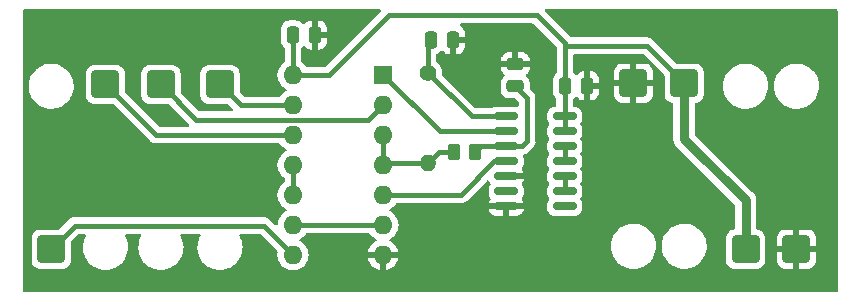
<source format=gbr>
%TF.GenerationSoftware,KiCad,Pcbnew,(6.0.7-1)-1*%
%TF.CreationDate,2022-09-19T13:49:17+02:00*%
%TF.ProjectId,nlpgen,6e6c7067-656e-42e6-9b69-6361645f7063,rev?*%
%TF.SameCoordinates,PX81b3200PY53ec600*%
%TF.FileFunction,Copper,L1,Top*%
%TF.FilePolarity,Positive*%
%FSLAX46Y46*%
G04 Gerber Fmt 4.6, Leading zero omitted, Abs format (unit mm)*
G04 Created by KiCad (PCBNEW (6.0.7-1)-1) date 2022-09-19 13:49:17*
%MOMM*%
%LPD*%
G01*
G04 APERTURE LIST*
G04 Aperture macros list*
%AMRoundRect*
0 Rectangle with rounded corners*
0 $1 Rounding radius*
0 $2 $3 $4 $5 $6 $7 $8 $9 X,Y pos of 4 corners*
0 Add a 4 corners polygon primitive as box body*
4,1,4,$2,$3,$4,$5,$6,$7,$8,$9,$2,$3,0*
0 Add four circle primitives for the rounded corners*
1,1,$1+$1,$2,$3*
1,1,$1+$1,$4,$5*
1,1,$1+$1,$6,$7*
1,1,$1+$1,$8,$9*
0 Add four rect primitives between the rounded corners*
20,1,$1+$1,$2,$3,$4,$5,0*
20,1,$1+$1,$4,$5,$6,$7,0*
20,1,$1+$1,$6,$7,$8,$9,0*
20,1,$1+$1,$8,$9,$2,$3,0*%
G04 Aperture macros list end*
%TA.AperFunction,SMDPad,CuDef*%
%ADD10RoundRect,0.250000X-0.262500X-0.450000X0.262500X-0.450000X0.262500X0.450000X-0.262500X0.450000X0*%
%TD*%
%TA.AperFunction,ComponentPad*%
%ADD11R,1.600000X1.600000*%
%TD*%
%TA.AperFunction,ComponentPad*%
%ADD12O,1.600000X1.600000*%
%TD*%
%TA.AperFunction,SMDPad,CuDef*%
%ADD13RoundRect,0.150000X-0.825000X-0.150000X0.825000X-0.150000X0.825000X0.150000X-0.825000X0.150000X0*%
%TD*%
%TA.AperFunction,ComponentPad*%
%ADD14C,1.400000*%
%TD*%
%TA.AperFunction,ComponentPad*%
%ADD15O,1.400000X1.400000*%
%TD*%
%TA.AperFunction,ComponentPad*%
%ADD16RoundRect,0.250001X0.899999X0.899999X-0.899999X0.899999X-0.899999X-0.899999X0.899999X-0.899999X0*%
%TD*%
%TA.AperFunction,ComponentPad*%
%ADD17RoundRect,0.250001X-0.899999X-0.899999X0.899999X-0.899999X0.899999X0.899999X-0.899999X0.899999X0*%
%TD*%
%TA.AperFunction,SMDPad,CuDef*%
%ADD18RoundRect,0.250000X-0.250000X-0.475000X0.250000X-0.475000X0.250000X0.475000X-0.250000X0.475000X0*%
%TD*%
%TA.AperFunction,SMDPad,CuDef*%
%ADD19RoundRect,0.250000X0.475000X-0.250000X0.475000X0.250000X-0.475000X0.250000X-0.475000X-0.250000X0*%
%TD*%
%TA.AperFunction,Conductor*%
%ADD20C,0.400000*%
%TD*%
%TA.AperFunction,Conductor*%
%ADD21C,0.800000*%
%TD*%
G04 APERTURE END LIST*
D10*
%TO.P,R2,1*%
%TO.N,Net-(U2-Pad3)*%
X36987500Y12400000D03*
%TO.P,R2,2*%
%TO.N,Net-(U1-Pad3)*%
X38812500Y12400000D03*
%TD*%
D11*
%TO.P,U2,1*%
%TO.N,Net-(U2-Pad1)*%
X31000000Y18925000D03*
D12*
%TO.P,U2,2*%
%TO.N,Net-(U2-Pad2)*%
X31000000Y16385000D03*
%TO.P,U2,3*%
%TO.N,Net-(U2-Pad3)*%
X31000000Y13845000D03*
%TO.P,U2,4*%
X31000000Y11305000D03*
%TO.P,U2,5*%
%TO.N,Net-(U1-Pad4)*%
X31000000Y8765000D03*
%TO.P,U2,6*%
%TO.N,Net-(U2-Pad9)*%
X31000000Y6225000D03*
%TO.P,U2,7,GND*%
%TO.N,GND*%
X31000000Y3685000D03*
%TO.P,U2,8*%
%TO.N,Net-(U2-Pad8)*%
X23380000Y3685000D03*
%TO.P,U2,9*%
%TO.N,Net-(U2-Pad9)*%
X23380000Y6225000D03*
%TO.P,U2,10*%
%TO.N,Net-(U2-Pad10)*%
X23380000Y8765000D03*
%TO.P,U2,11*%
X23380000Y11305000D03*
%TO.P,U2,12*%
%TO.N,Net-(U2-Pad12)*%
X23380000Y13845000D03*
%TO.P,U2,13*%
%TO.N,Net-(U2-Pad13)*%
X23380000Y16385000D03*
%TO.P,U2,14,VCC*%
%TO.N,VCC*%
X23380000Y18925000D03*
%TD*%
D13*
%TO.P,U1,1*%
%TO.N,Net-(U1-Pad1)*%
X41425000Y15410000D03*
%TO.P,U1,2*%
%TO.N,Net-(U2-Pad1)*%
X41425000Y14140000D03*
%TO.P,U1,3*%
%TO.N,Net-(U1-Pad3)*%
X41425000Y12870000D03*
%TO.P,U1,4*%
%TO.N,Net-(U1-Pad4)*%
X41425000Y11600000D03*
%TO.P,U1,5*%
%TO.N,GND*%
X41425000Y10330000D03*
%TO.P,U1,6*%
%TO.N,unconnected-(U1-Pad6)*%
X41425000Y9060000D03*
%TO.P,U1,7,GND*%
%TO.N,GND*%
X41425000Y7790000D03*
%TO.P,U1,8*%
%TO.N,unconnected-(U1-Pad8)*%
X46375000Y7790000D03*
%TO.P,U1,9*%
%TO.N,Net-(U1-Pad10)*%
X46375000Y9060000D03*
%TO.P,U1,10*%
X46375000Y10330000D03*
%TO.P,U1,11*%
%TO.N,Net-(U1-Pad12)*%
X46375000Y11600000D03*
%TO.P,U1,12*%
X46375000Y12870000D03*
%TO.P,U1,13*%
%TO.N,VCC*%
X46375000Y14140000D03*
%TO.P,U1,14,VCC*%
X46375000Y15410000D03*
%TD*%
D14*
%TO.P,R1,1*%
%TO.N,Net-(U1-Pad1)*%
X34800000Y19110000D03*
D15*
%TO.P,R1,2*%
%TO.N,Net-(U2-Pad3)*%
X34800000Y11490000D03*
%TD*%
D16*
%TO.P,J8,1,Pin_1*%
%TO.N,GND*%
X52200000Y18225000D03*
%TD*%
%TO.P,J7,1,Pin_1*%
%TO.N,VCC*%
X56500000Y18225000D03*
%TD*%
D17*
%TO.P,J6,1,Pin_1*%
%TO.N,Net-(U2-Pad8)*%
X2900000Y4175000D03*
%TD*%
D16*
%TO.P,J5,1,Pin_1*%
%TO.N,Net-(U2-Pad13)*%
X17200000Y18125000D03*
%TD*%
%TO.P,J4,1,Pin_1*%
%TO.N,Net-(U2-Pad12)*%
X7500000Y18125000D03*
%TD*%
%TO.P,J3,1,Pin_1*%
%TO.N,Net-(U2-Pad2)*%
X12200000Y18125000D03*
%TD*%
D17*
%TO.P,J2,1,Pin_1*%
%TO.N,GND*%
X66000000Y4175000D03*
%TD*%
%TO.P,J1,1,Pin_1*%
%TO.N,VCC*%
X61700000Y4175000D03*
%TD*%
D18*
%TO.P,C4,1*%
%TO.N,VCC*%
X46400000Y18000000D03*
%TO.P,C4,2*%
%TO.N,GND*%
X48300000Y18000000D03*
%TD*%
D19*
%TO.P,C3,1*%
%TO.N,Net-(U1-Pad3)*%
X42200000Y17950000D03*
%TO.P,C3,2*%
%TO.N,GND*%
X42200000Y19850000D03*
%TD*%
D18*
%TO.P,C2,1*%
%TO.N,Net-(U1-Pad1)*%
X35050000Y21900000D03*
%TO.P,C2,2*%
%TO.N,GND*%
X36950000Y21900000D03*
%TD*%
%TO.P,C1,1*%
%TO.N,VCC*%
X23350000Y22300000D03*
%TO.P,C1,2*%
%TO.N,GND*%
X25250000Y22300000D03*
%TD*%
D20*
%TO.N,Net-(U1-Pad10)*%
X46375000Y10330000D02*
X46375000Y9060000D01*
%TO.N,Net-(U1-Pad12)*%
X46375000Y12870000D02*
X46375000Y11600000D01*
%TO.N,VCC*%
X46375000Y15410000D02*
X46375000Y14140000D01*
%TO.N,Net-(U1-Pad1)*%
X34800000Y19110000D02*
X34800000Y21650000D01*
X34800000Y21650000D02*
X35050000Y21900000D01*
D21*
%TO.N,VCC*%
X61700000Y4175000D02*
X61700000Y8300000D01*
X61700000Y8300000D02*
X56500000Y13500000D01*
X56500000Y13500000D02*
X56500000Y18225000D01*
D20*
X46400000Y21600000D02*
X46400000Y21400000D01*
X46400000Y21400000D02*
X46400000Y18000000D01*
X56500000Y18225000D02*
X53325000Y21400000D01*
X53325000Y21400000D02*
X46400000Y21400000D01*
X23380000Y18925000D02*
X26425000Y18925000D01*
X26425000Y18925000D02*
X31500000Y24000000D01*
X31500000Y24000000D02*
X44000000Y24000000D01*
X44000000Y24000000D02*
X46400000Y21600000D01*
%TO.N,Net-(U2-Pad8)*%
X2900000Y4175000D02*
X4900001Y6175001D01*
X4900001Y6175001D02*
X20889999Y6175001D01*
X20889999Y6175001D02*
X23380000Y3685000D01*
%TO.N,Net-(U2-Pad12)*%
X7500000Y18125000D02*
X11780000Y13845000D01*
X11780000Y13845000D02*
X23380000Y13845000D01*
%TO.N,Net-(U2-Pad2)*%
X31000000Y16385000D02*
X29750000Y15135000D01*
X29750000Y15135000D02*
X15190000Y15135000D01*
X15190000Y15135000D02*
X12200000Y18125000D01*
%TO.N,Net-(U2-Pad13)*%
X17200000Y18125000D02*
X18940000Y16385000D01*
X18940000Y16385000D02*
X23380000Y16385000D01*
%TO.N,Net-(U1-Pad4)*%
X31000000Y8765000D02*
X37565000Y8765000D01*
X37565000Y8765000D02*
X40400000Y11600000D01*
X40400000Y11600000D02*
X41425000Y11600000D01*
%TO.N,Net-(U2-Pad9)*%
X23380000Y6225000D02*
X31000000Y6225000D01*
%TO.N,Net-(U1-Pad1)*%
X41425000Y15410000D02*
X38500000Y15410000D01*
X38500000Y15410000D02*
X34800000Y19110000D01*
%TO.N,Net-(U1-Pad3)*%
X41425000Y12870000D02*
X42770000Y12870000D01*
X42770000Y12870000D02*
X43200000Y13300000D01*
X43200000Y13300000D02*
X43200000Y16950000D01*
X43200000Y16950000D02*
X42200000Y17950000D01*
%TO.N,Net-(U2-Pad3)*%
X34800000Y11490000D02*
X31185000Y11490000D01*
X31185000Y11490000D02*
X31000000Y11305000D01*
X36987500Y12400000D02*
X35710000Y12400000D01*
X35710000Y12400000D02*
X34800000Y11490000D01*
%TO.N,Net-(U1-Pad3)*%
X41425000Y12870000D02*
X39282500Y12870000D01*
X39282500Y12870000D02*
X38812500Y12400000D01*
%TO.N,VCC*%
X46375000Y15410000D02*
X46375000Y17975000D01*
X46375000Y17975000D02*
X46400000Y18000000D01*
X23380000Y18925000D02*
X23380000Y22270000D01*
X23380000Y22270000D02*
X23350000Y22300000D01*
%TO.N,Net-(U2-Pad10)*%
X23380000Y11305000D02*
X23380000Y8765000D01*
%TO.N,Net-(U2-Pad1)*%
X31000000Y18925000D02*
X35785000Y14140000D01*
X35785000Y14140000D02*
X41425000Y14140000D01*
%TO.N,Net-(U2-Pad3)*%
X31000000Y11305000D02*
X31000000Y13845000D01*
%TD*%
%TA.AperFunction,Conductor*%
%TO.N,GND*%
G36*
X30753461Y24471498D02*
G01*
X30799954Y24417842D01*
X30810058Y24347568D01*
X30780564Y24282988D01*
X30774435Y24276405D01*
X26168435Y19670405D01*
X26106123Y19636379D01*
X26079340Y19633500D01*
X24546878Y19633500D01*
X24478757Y19653502D01*
X24443665Y19687229D01*
X24389357Y19764789D01*
X24389355Y19764792D01*
X24386198Y19769300D01*
X24224300Y19931198D01*
X24219792Y19934355D01*
X24219789Y19934357D01*
X24142229Y19988665D01*
X24097901Y20044122D01*
X24088500Y20091878D01*
X24088500Y21188572D01*
X24108502Y21256693D01*
X24125327Y21277590D01*
X24194132Y21346514D01*
X24194136Y21346519D01*
X24199305Y21351697D01*
X24202102Y21356235D01*
X24259353Y21396824D01*
X24330276Y21400054D01*
X24391687Y21364428D01*
X24399062Y21355932D01*
X24407098Y21345793D01*
X24521829Y21231261D01*
X24533240Y21222249D01*
X24671243Y21137184D01*
X24684424Y21131037D01*
X24838710Y21079862D01*
X24852086Y21076995D01*
X24946438Y21067328D01*
X24952854Y21067000D01*
X24977885Y21067000D01*
X24993124Y21071475D01*
X24994329Y21072865D01*
X24996000Y21080548D01*
X24996000Y21085116D01*
X25504000Y21085116D01*
X25508475Y21069877D01*
X25509865Y21068672D01*
X25517548Y21067001D01*
X25547095Y21067001D01*
X25553614Y21067338D01*
X25649206Y21077257D01*
X25662600Y21080149D01*
X25816784Y21131588D01*
X25829962Y21137761D01*
X25967807Y21223063D01*
X25979208Y21232099D01*
X26093739Y21346829D01*
X26102751Y21358240D01*
X26187816Y21496243D01*
X26193963Y21509424D01*
X26245138Y21663710D01*
X26248005Y21677086D01*
X26257672Y21771438D01*
X26258000Y21777854D01*
X26258000Y22027885D01*
X26253525Y22043124D01*
X26252135Y22044329D01*
X26244452Y22046000D01*
X25522115Y22046000D01*
X25506876Y22041525D01*
X25505671Y22040135D01*
X25504000Y22032452D01*
X25504000Y21085116D01*
X24996000Y21085116D01*
X24996000Y22572115D01*
X25504000Y22572115D01*
X25508475Y22556876D01*
X25509865Y22555671D01*
X25517548Y22554000D01*
X26239884Y22554000D01*
X26255123Y22558475D01*
X26256328Y22559865D01*
X26257999Y22567548D01*
X26257999Y22822095D01*
X26257662Y22828614D01*
X26247743Y22924206D01*
X26244851Y22937600D01*
X26193412Y23091784D01*
X26187239Y23104962D01*
X26101937Y23242807D01*
X26092901Y23254208D01*
X25978171Y23368739D01*
X25966760Y23377751D01*
X25828757Y23462816D01*
X25815576Y23468963D01*
X25661290Y23520138D01*
X25647914Y23523005D01*
X25553562Y23532672D01*
X25547145Y23533000D01*
X25522115Y23533000D01*
X25506876Y23528525D01*
X25505671Y23527135D01*
X25504000Y23519452D01*
X25504000Y22572115D01*
X24996000Y22572115D01*
X24996000Y23514884D01*
X24991525Y23530123D01*
X24990135Y23531328D01*
X24982452Y23532999D01*
X24952905Y23532999D01*
X24946386Y23532662D01*
X24850794Y23522743D01*
X24837400Y23519851D01*
X24683216Y23468412D01*
X24670038Y23462239D01*
X24532193Y23376937D01*
X24520792Y23367901D01*
X24406262Y23253172D01*
X24399206Y23244238D01*
X24341288Y23203177D01*
X24270365Y23199947D01*
X24208954Y23235574D01*
X24202154Y23243407D01*
X24198478Y23249348D01*
X24073303Y23374305D01*
X24067072Y23378146D01*
X23928968Y23463275D01*
X23928966Y23463276D01*
X23922738Y23467115D01*
X23842995Y23493564D01*
X23761389Y23520632D01*
X23761387Y23520632D01*
X23754861Y23522797D01*
X23748025Y23523497D01*
X23748022Y23523498D01*
X23704969Y23527909D01*
X23650400Y23533500D01*
X23049600Y23533500D01*
X23046354Y23533163D01*
X23046350Y23533163D01*
X22950692Y23523238D01*
X22950688Y23523237D01*
X22943834Y23522526D01*
X22937298Y23520345D01*
X22937296Y23520345D01*
X22920928Y23514884D01*
X22776054Y23466550D01*
X22625652Y23373478D01*
X22500695Y23248303D01*
X22496855Y23242073D01*
X22496854Y23242072D01*
X22423165Y23122526D01*
X22407885Y23097738D01*
X22352203Y22929861D01*
X22341500Y22825400D01*
X22341500Y21774600D01*
X22341837Y21771354D01*
X22341837Y21771350D01*
X22351618Y21677086D01*
X22352474Y21668834D01*
X22354655Y21662298D01*
X22354655Y21662296D01*
X22361585Y21641525D01*
X22408450Y21501054D01*
X22501522Y21350652D01*
X22624645Y21227743D01*
X22624646Y21227742D01*
X22626697Y21225695D01*
X22626347Y21225344D01*
X22664656Y21171307D01*
X22671500Y21130345D01*
X22671500Y20091878D01*
X22651498Y20023757D01*
X22617771Y19988665D01*
X22540211Y19934357D01*
X22540208Y19934355D01*
X22535700Y19931198D01*
X22373802Y19769300D01*
X22370645Y19764792D01*
X22370643Y19764789D01*
X22331234Y19708507D01*
X22242477Y19581749D01*
X22240154Y19576767D01*
X22240151Y19576762D01*
X22160029Y19404937D01*
X22145716Y19374243D01*
X22144294Y19368935D01*
X22144293Y19368933D01*
X22091563Y19172144D01*
X22086457Y19153087D01*
X22066502Y18925000D01*
X22086457Y18696913D01*
X22087881Y18691600D01*
X22087881Y18691598D01*
X22143276Y18484865D01*
X22145716Y18475757D01*
X22148039Y18470776D01*
X22148039Y18470775D01*
X22240151Y18273238D01*
X22240154Y18273233D01*
X22242477Y18268251D01*
X22373802Y18080700D01*
X22535700Y17918802D01*
X22540208Y17915645D01*
X22540211Y17915643D01*
X22566318Y17897363D01*
X22723251Y17787477D01*
X22728233Y17785154D01*
X22728238Y17785151D01*
X22762457Y17769195D01*
X22815742Y17722278D01*
X22835203Y17654001D01*
X22814661Y17586041D01*
X22762457Y17540805D01*
X22728238Y17524849D01*
X22728233Y17524846D01*
X22723251Y17522523D01*
X22638855Y17463428D01*
X22540211Y17394357D01*
X22540208Y17394355D01*
X22535700Y17391198D01*
X22373802Y17229300D01*
X22370645Y17224792D01*
X22370643Y17224789D01*
X22316335Y17147229D01*
X22260878Y17102901D01*
X22213122Y17093500D01*
X19285661Y17093500D01*
X19217540Y17113502D01*
X19196566Y17130405D01*
X18895405Y17431566D01*
X18861379Y17493878D01*
X18858500Y17520661D01*
X18858500Y19075400D01*
X18854910Y19110000D01*
X18848238Y19174307D01*
X18848237Y19174311D01*
X18847526Y19181165D01*
X18837856Y19210151D01*
X18793868Y19341997D01*
X18791550Y19348945D01*
X18698478Y19499348D01*
X18573303Y19624305D01*
X18558386Y19633500D01*
X18428968Y19713275D01*
X18428966Y19713276D01*
X18422738Y19717115D01*
X18279005Y19764789D01*
X18261389Y19770632D01*
X18261387Y19770632D01*
X18254861Y19772797D01*
X18248025Y19773497D01*
X18248022Y19773498D01*
X18204969Y19777909D01*
X18150400Y19783500D01*
X16249600Y19783500D01*
X16246354Y19783163D01*
X16246350Y19783163D01*
X16150693Y19773238D01*
X16150689Y19773237D01*
X16143835Y19772526D01*
X16137299Y19770345D01*
X16137297Y19770345D01*
X16062786Y19745486D01*
X15976055Y19716550D01*
X15825652Y19623478D01*
X15700695Y19498303D01*
X15696855Y19492073D01*
X15696854Y19492072D01*
X15645158Y19408205D01*
X15607885Y19347738D01*
X15587972Y19287703D01*
X15563334Y19213419D01*
X15552203Y19179861D01*
X15551503Y19173025D01*
X15551502Y19173022D01*
X15548256Y19141338D01*
X15541500Y19075400D01*
X15541500Y17174600D01*
X15541837Y17171354D01*
X15541837Y17171350D01*
X15549915Y17093500D01*
X15552474Y17068835D01*
X15554655Y17062299D01*
X15554655Y17062297D01*
X15594847Y16941828D01*
X15608450Y16901055D01*
X15701522Y16750652D01*
X15706704Y16745479D01*
X15725694Y16726522D01*
X15826697Y16625695D01*
X15832927Y16621855D01*
X15832928Y16621854D01*
X15957506Y16545063D01*
X15977262Y16532885D01*
X16026146Y16516671D01*
X16138611Y16479368D01*
X16138613Y16479368D01*
X16145139Y16477203D01*
X16151975Y16476503D01*
X16151978Y16476502D01*
X16195031Y16472091D01*
X16249600Y16466500D01*
X17804340Y16466500D01*
X17872461Y16446498D01*
X17893435Y16429595D01*
X18264435Y16058595D01*
X18298461Y15996283D01*
X18293396Y15925468D01*
X18250849Y15868632D01*
X18184329Y15843821D01*
X18175340Y15843500D01*
X15535661Y15843500D01*
X15467540Y15863502D01*
X15446566Y15880405D01*
X13895405Y17431565D01*
X13861380Y17493877D01*
X13858500Y17520660D01*
X13858500Y19075400D01*
X13854910Y19110000D01*
X13848238Y19174307D01*
X13848237Y19174311D01*
X13847526Y19181165D01*
X13837856Y19210151D01*
X13793868Y19341997D01*
X13791550Y19348945D01*
X13698478Y19499348D01*
X13573303Y19624305D01*
X13558386Y19633500D01*
X13428968Y19713275D01*
X13428966Y19713276D01*
X13422738Y19717115D01*
X13279005Y19764789D01*
X13261389Y19770632D01*
X13261387Y19770632D01*
X13254861Y19772797D01*
X13248025Y19773497D01*
X13248022Y19773498D01*
X13204969Y19777909D01*
X13150400Y19783500D01*
X11249600Y19783500D01*
X11246354Y19783163D01*
X11246350Y19783163D01*
X11150693Y19773238D01*
X11150689Y19773237D01*
X11143835Y19772526D01*
X11137299Y19770345D01*
X11137297Y19770345D01*
X11062786Y19745486D01*
X10976055Y19716550D01*
X10825652Y19623478D01*
X10700695Y19498303D01*
X10696855Y19492073D01*
X10696854Y19492072D01*
X10645158Y19408205D01*
X10607885Y19347738D01*
X10587972Y19287703D01*
X10563334Y19213419D01*
X10552203Y19179861D01*
X10551503Y19173025D01*
X10551502Y19173022D01*
X10548256Y19141338D01*
X10541500Y19075400D01*
X10541500Y17174600D01*
X10541837Y17171354D01*
X10541837Y17171350D01*
X10549915Y17093500D01*
X10552474Y17068835D01*
X10554655Y17062299D01*
X10554655Y17062297D01*
X10594847Y16941828D01*
X10608450Y16901055D01*
X10701522Y16750652D01*
X10706704Y16745479D01*
X10725694Y16726522D01*
X10826697Y16625695D01*
X10832927Y16621855D01*
X10832928Y16621854D01*
X10957506Y16545063D01*
X10977262Y16532885D01*
X11026146Y16516671D01*
X11138611Y16479368D01*
X11138613Y16479368D01*
X11145139Y16477203D01*
X11151975Y16476503D01*
X11151978Y16476502D01*
X11195031Y16472091D01*
X11249600Y16466500D01*
X12804340Y16466500D01*
X12872461Y16446498D01*
X12893435Y16429595D01*
X14554435Y14768595D01*
X14588461Y14706283D01*
X14583396Y14635468D01*
X14540849Y14578632D01*
X14474329Y14553821D01*
X14465340Y14553500D01*
X12125660Y14553500D01*
X12057539Y14573502D01*
X12036565Y14590405D01*
X9195405Y17431565D01*
X9161379Y17493877D01*
X9158500Y17520660D01*
X9158500Y19075400D01*
X9154910Y19110000D01*
X9148238Y19174307D01*
X9148237Y19174311D01*
X9147526Y19181165D01*
X9137856Y19210151D01*
X9093868Y19341997D01*
X9091550Y19348945D01*
X8998478Y19499348D01*
X8873303Y19624305D01*
X8858386Y19633500D01*
X8728968Y19713275D01*
X8728966Y19713276D01*
X8722738Y19717115D01*
X8579005Y19764789D01*
X8561389Y19770632D01*
X8561387Y19770632D01*
X8554861Y19772797D01*
X8548025Y19773497D01*
X8548022Y19773498D01*
X8504969Y19777909D01*
X8450400Y19783500D01*
X6549600Y19783500D01*
X6546354Y19783163D01*
X6546350Y19783163D01*
X6450693Y19773238D01*
X6450689Y19773237D01*
X6443835Y19772526D01*
X6437299Y19770345D01*
X6437297Y19770345D01*
X6362786Y19745486D01*
X6276055Y19716550D01*
X6125652Y19623478D01*
X6000695Y19498303D01*
X5996855Y19492073D01*
X5996854Y19492072D01*
X5945158Y19408205D01*
X5907885Y19347738D01*
X5887972Y19287703D01*
X5863334Y19213419D01*
X5852203Y19179861D01*
X5851503Y19173025D01*
X5851502Y19173022D01*
X5848256Y19141338D01*
X5841500Y19075400D01*
X5841500Y17174600D01*
X5841837Y17171354D01*
X5841837Y17171350D01*
X5849915Y17093500D01*
X5852474Y17068835D01*
X5854655Y17062299D01*
X5854655Y17062297D01*
X5894847Y16941828D01*
X5908450Y16901055D01*
X6001522Y16750652D01*
X6006704Y16745479D01*
X6025694Y16726522D01*
X6126697Y16625695D01*
X6132927Y16621855D01*
X6132928Y16621854D01*
X6257506Y16545063D01*
X6277262Y16532885D01*
X6326146Y16516671D01*
X6438611Y16479368D01*
X6438613Y16479368D01*
X6445139Y16477203D01*
X6451975Y16476503D01*
X6451978Y16476502D01*
X6495031Y16472091D01*
X6549600Y16466500D01*
X8104340Y16466500D01*
X8172461Y16446498D01*
X8193435Y16429595D01*
X11258550Y13364480D01*
X11264404Y13358215D01*
X11302439Y13314615D01*
X11354719Y13277872D01*
X11360014Y13273939D01*
X11410282Y13234524D01*
X11417198Y13231401D01*
X11419484Y13230017D01*
X11434165Y13221643D01*
X11436525Y13220378D01*
X11442739Y13216010D01*
X11449818Y13213250D01*
X11449820Y13213249D01*
X11502275Y13192798D01*
X11508344Y13190247D01*
X11566573Y13163955D01*
X11574046Y13162570D01*
X11576612Y13161766D01*
X11592835Y13157145D01*
X11595427Y13156480D01*
X11602509Y13153718D01*
X11610044Y13152726D01*
X11665861Y13145378D01*
X11672377Y13144346D01*
X11685974Y13141826D01*
X11735186Y13132705D01*
X11742766Y13133142D01*
X11742767Y13133142D01*
X11797380Y13136291D01*
X11804633Y13136500D01*
X22213122Y13136500D01*
X22281243Y13116498D01*
X22316335Y13082771D01*
X22370643Y13005211D01*
X22373802Y13000700D01*
X22535700Y12838802D01*
X22540208Y12835645D01*
X22540211Y12835643D01*
X22572749Y12812860D01*
X22723251Y12707477D01*
X22728233Y12705154D01*
X22728238Y12705151D01*
X22762457Y12689195D01*
X22815742Y12642278D01*
X22835203Y12574001D01*
X22814661Y12506041D01*
X22762457Y12460805D01*
X22728238Y12444849D01*
X22728233Y12444846D01*
X22723251Y12442523D01*
X22667888Y12403757D01*
X22540211Y12314357D01*
X22540208Y12314355D01*
X22535700Y12311198D01*
X22373802Y12149300D01*
X22370645Y12144792D01*
X22370643Y12144789D01*
X22323481Y12077434D01*
X22242477Y11961749D01*
X22240154Y11956767D01*
X22240151Y11956762D01*
X22173596Y11814032D01*
X22145716Y11754243D01*
X22144294Y11748935D01*
X22144293Y11748933D01*
X22093380Y11558925D01*
X22086457Y11533087D01*
X22066502Y11305000D01*
X22086457Y11076913D01*
X22087881Y11071600D01*
X22087881Y11071598D01*
X22139307Y10879677D01*
X22145716Y10855757D01*
X22148039Y10850776D01*
X22148039Y10850775D01*
X22240151Y10653238D01*
X22240154Y10653233D01*
X22242477Y10648251D01*
X22373802Y10460700D01*
X22535700Y10298802D01*
X22540208Y10295645D01*
X22540211Y10295643D01*
X22617771Y10241335D01*
X22662099Y10185878D01*
X22671500Y10138122D01*
X22671500Y9931878D01*
X22651498Y9863757D01*
X22617771Y9828665D01*
X22540211Y9774357D01*
X22540208Y9774355D01*
X22535700Y9771198D01*
X22373802Y9609300D01*
X22242477Y9421749D01*
X22240154Y9416767D01*
X22240151Y9416762D01*
X22173596Y9274032D01*
X22145716Y9214243D01*
X22086457Y8993087D01*
X22066502Y8765000D01*
X22086457Y8536913D01*
X22087881Y8531600D01*
X22087881Y8531598D01*
X22142684Y8327074D01*
X22145716Y8315757D01*
X22148039Y8310776D01*
X22148039Y8310775D01*
X22240151Y8113238D01*
X22240154Y8113233D01*
X22242477Y8108251D01*
X22373802Y7920700D01*
X22535700Y7758802D01*
X22540208Y7755645D01*
X22540211Y7755643D01*
X22618389Y7700902D01*
X22723251Y7627477D01*
X22728233Y7625154D01*
X22728238Y7625151D01*
X22762457Y7609195D01*
X22815742Y7562278D01*
X22835203Y7494001D01*
X22814661Y7426041D01*
X22762457Y7380805D01*
X22728238Y7364849D01*
X22728233Y7364846D01*
X22723251Y7362523D01*
X22618389Y7289098D01*
X22540211Y7234357D01*
X22540208Y7234355D01*
X22535700Y7231198D01*
X22373802Y7069300D01*
X22370645Y7064792D01*
X22370643Y7064789D01*
X22325359Y7000116D01*
X22242477Y6881749D01*
X22240154Y6876767D01*
X22240151Y6876762D01*
X22162274Y6709753D01*
X22145716Y6674243D01*
X22086457Y6453087D01*
X22085978Y6447607D01*
X22071988Y6287711D01*
X22046124Y6221593D01*
X21988621Y6179953D01*
X21917733Y6176013D01*
X21857372Y6209598D01*
X21411449Y6655521D01*
X21405595Y6661786D01*
X21390382Y6679225D01*
X21367560Y6705386D01*
X21315279Y6742130D01*
X21309985Y6746062D01*
X21265692Y6780792D01*
X21259717Y6785477D01*
X21252801Y6788600D01*
X21250515Y6789984D01*
X21235834Y6798358D01*
X21233474Y6799623D01*
X21227260Y6803991D01*
X21220181Y6806751D01*
X21220179Y6806752D01*
X21167724Y6827203D01*
X21161655Y6829754D01*
X21103426Y6856046D01*
X21095959Y6857430D01*
X21093404Y6858231D01*
X21077151Y6862860D01*
X21074571Y6863523D01*
X21067490Y6866283D01*
X21059959Y6867274D01*
X21059957Y6867275D01*
X21030338Y6871174D01*
X21004138Y6874623D01*
X20997640Y6875653D01*
X20934813Y6887297D01*
X20927233Y6886860D01*
X20927232Y6886860D01*
X20872607Y6883710D01*
X20865353Y6883501D01*
X4928928Y6883501D01*
X4920359Y6883793D01*
X4870226Y6887211D01*
X4870222Y6887211D01*
X4862649Y6887727D01*
X4799682Y6876737D01*
X4793170Y6875777D01*
X4729759Y6868103D01*
X4722658Y6865420D01*
X4720049Y6864779D01*
X4703729Y6860314D01*
X4701196Y6859549D01*
X4693718Y6858244D01*
X4635191Y6832553D01*
X4629109Y6830071D01*
X4608754Y6822379D01*
X4576450Y6810173D01*
X4576448Y6810172D01*
X4569345Y6807488D01*
X4563086Y6803187D01*
X4560721Y6801950D01*
X4545949Y6793728D01*
X4543657Y6792373D01*
X4536696Y6789317D01*
X4530669Y6784692D01*
X4530665Y6784690D01*
X4485988Y6750408D01*
X4480663Y6746539D01*
X4428020Y6710358D01*
X4386555Y6663818D01*
X4381595Y6658566D01*
X3593434Y5870405D01*
X3531122Y5836379D01*
X3504339Y5833500D01*
X1949600Y5833500D01*
X1946354Y5833163D01*
X1946350Y5833163D01*
X1850693Y5823238D01*
X1850689Y5823237D01*
X1843835Y5822526D01*
X1837299Y5820345D01*
X1837297Y5820345D01*
X1820932Y5814885D01*
X1676055Y5766550D01*
X1525652Y5673478D01*
X1520479Y5668296D01*
X1512348Y5660151D01*
X1400695Y5548303D01*
X1396855Y5542073D01*
X1396854Y5542072D01*
X1327523Y5429596D01*
X1307885Y5397738D01*
X1305581Y5390791D01*
X1254771Y5237602D01*
X1252203Y5229861D01*
X1251503Y5223025D01*
X1251502Y5223022D01*
X1251469Y5222699D01*
X1241500Y5125400D01*
X1241500Y3224600D01*
X1241837Y3221354D01*
X1241837Y3221350D01*
X1251752Y3125797D01*
X1252474Y3118835D01*
X1254655Y3112299D01*
X1254655Y3112297D01*
X1282651Y3028384D01*
X1308450Y2951055D01*
X1401522Y2800652D01*
X1526697Y2675695D01*
X1532927Y2671855D01*
X1532928Y2671854D01*
X1670090Y2587306D01*
X1677262Y2582885D01*
X1756669Y2556547D01*
X1838611Y2529368D01*
X1838613Y2529368D01*
X1845139Y2527203D01*
X1851975Y2526503D01*
X1851978Y2526502D01*
X1895031Y2522091D01*
X1949600Y2516500D01*
X3850400Y2516500D01*
X3853646Y2516837D01*
X3853650Y2516837D01*
X3949307Y2526762D01*
X3949311Y2526763D01*
X3956165Y2527474D01*
X3962701Y2529655D01*
X3962703Y2529655D01*
X4094805Y2573728D01*
X4123945Y2583450D01*
X4274348Y2676522D01*
X4399305Y2801697D01*
X4411540Y2821546D01*
X4488275Y2946032D01*
X4488276Y2946034D01*
X4492115Y2952262D01*
X4519057Y3033489D01*
X4545632Y3113611D01*
X4545632Y3113613D01*
X4547797Y3120139D01*
X4548509Y3127081D01*
X4552909Y3170031D01*
X4558500Y3224600D01*
X4558500Y4779340D01*
X4578502Y4847461D01*
X4595405Y4868435D01*
X5156566Y5429596D01*
X5218878Y5463622D01*
X5245661Y5466501D01*
X5735280Y5466501D01*
X5803401Y5446499D01*
X5849894Y5392843D01*
X5859998Y5322569D01*
X5846788Y5281834D01*
X5748570Y5095153D01*
X5748564Y5095140D01*
X5746444Y5091110D01*
X5744926Y5086812D01*
X5744924Y5086807D01*
X5682037Y4908725D01*
X5654218Y4829949D01*
X5600659Y4558210D01*
X5600432Y4553653D01*
X5600432Y4553652D01*
X5589635Y4336762D01*
X5586888Y4281585D01*
X5613193Y4005870D01*
X5614278Y4001436D01*
X5614279Y4001430D01*
X5677939Y3741275D01*
X5679024Y3736841D01*
X5680736Y3732615D01*
X5680737Y3732611D01*
X5740785Y3584361D01*
X5783002Y3480132D01*
X5922948Y3241122D01*
X6015176Y3125797D01*
X6088997Y3033489D01*
X6095931Y3024818D01*
X6298327Y2835750D01*
X6525896Y2677880D01*
X6575722Y2653092D01*
X6769784Y2556547D01*
X6769787Y2556546D01*
X6773871Y2554514D01*
X6778210Y2553092D01*
X6778209Y2553092D01*
X7032724Y2469657D01*
X7032730Y2469656D01*
X7037057Y2468237D01*
X7041548Y2467457D01*
X7041549Y2467457D01*
X7306160Y2421513D01*
X7306168Y2421512D01*
X7309941Y2420857D01*
X7313778Y2420666D01*
X7395887Y2416578D01*
X7395895Y2416578D01*
X7397458Y2416500D01*
X7570356Y2416500D01*
X7572624Y2416665D01*
X7572636Y2416665D01*
X7691791Y2425311D01*
X7776241Y2431439D01*
X7949348Y2469657D01*
X8042235Y2490164D01*
X8042239Y2490165D01*
X8046695Y2491149D01*
X8195370Y2547477D01*
X8301426Y2587658D01*
X8301429Y2587659D01*
X8305696Y2589276D01*
X8547820Y2723764D01*
X8701043Y2840700D01*
X8764361Y2889023D01*
X8764362Y2889024D01*
X8767993Y2891795D01*
X8808417Y2933146D01*
X8958409Y3086581D01*
X8961604Y3089849D01*
X9124596Y3313778D01*
X9253556Y3558890D01*
X9259667Y3576193D01*
X9344261Y3815744D01*
X9345782Y3820051D01*
X9399341Y4091790D01*
X9400269Y4110422D01*
X9412885Y4363846D01*
X9412885Y4363852D01*
X9413112Y4368415D01*
X9386807Y4644130D01*
X9376338Y4686916D01*
X9322061Y4908725D01*
X9320976Y4913159D01*
X9314176Y4929949D01*
X9218711Y5165639D01*
X9218711Y5165640D01*
X9216998Y5169868D01*
X9158446Y5269868D01*
X9154366Y5276836D01*
X9137206Y5345728D01*
X9160017Y5412960D01*
X9215555Y5457187D01*
X9263098Y5466501D01*
X10435280Y5466501D01*
X10503401Y5446499D01*
X10549894Y5392843D01*
X10559998Y5322569D01*
X10546788Y5281834D01*
X10448570Y5095153D01*
X10448564Y5095140D01*
X10446444Y5091110D01*
X10444926Y5086812D01*
X10444924Y5086807D01*
X10382037Y4908725D01*
X10354218Y4829949D01*
X10300659Y4558210D01*
X10300432Y4553653D01*
X10300432Y4553652D01*
X10289635Y4336762D01*
X10286888Y4281585D01*
X10313193Y4005870D01*
X10314278Y4001436D01*
X10314279Y4001430D01*
X10377939Y3741275D01*
X10379024Y3736841D01*
X10380736Y3732615D01*
X10380737Y3732611D01*
X10440785Y3584361D01*
X10483002Y3480132D01*
X10622948Y3241122D01*
X10715176Y3125797D01*
X10788997Y3033489D01*
X10795931Y3024818D01*
X10998327Y2835750D01*
X11225896Y2677880D01*
X11275722Y2653092D01*
X11469784Y2556547D01*
X11469787Y2556546D01*
X11473871Y2554514D01*
X11478210Y2553092D01*
X11478209Y2553092D01*
X11732724Y2469657D01*
X11732730Y2469656D01*
X11737057Y2468237D01*
X11741548Y2467457D01*
X11741549Y2467457D01*
X12006160Y2421513D01*
X12006168Y2421512D01*
X12009941Y2420857D01*
X12013778Y2420666D01*
X12095887Y2416578D01*
X12095895Y2416578D01*
X12097458Y2416500D01*
X12270356Y2416500D01*
X12272624Y2416665D01*
X12272636Y2416665D01*
X12391791Y2425311D01*
X12476241Y2431439D01*
X12649348Y2469657D01*
X12742235Y2490164D01*
X12742239Y2490165D01*
X12746695Y2491149D01*
X12895370Y2547477D01*
X13001426Y2587658D01*
X13001429Y2587659D01*
X13005696Y2589276D01*
X13247820Y2723764D01*
X13401043Y2840700D01*
X13464361Y2889023D01*
X13464362Y2889024D01*
X13467993Y2891795D01*
X13508417Y2933146D01*
X13658409Y3086581D01*
X13661604Y3089849D01*
X13824596Y3313778D01*
X13953556Y3558890D01*
X13959667Y3576193D01*
X14044261Y3815744D01*
X14045782Y3820051D01*
X14099341Y4091790D01*
X14100269Y4110422D01*
X14112885Y4363846D01*
X14112885Y4363852D01*
X14113112Y4368415D01*
X14086807Y4644130D01*
X14076338Y4686916D01*
X14022061Y4908725D01*
X14020976Y4913159D01*
X14014176Y4929949D01*
X13918711Y5165639D01*
X13918711Y5165640D01*
X13916998Y5169868D01*
X13858446Y5269868D01*
X13854366Y5276836D01*
X13837206Y5345728D01*
X13860017Y5412960D01*
X13915555Y5457187D01*
X13963098Y5466501D01*
X15435280Y5466501D01*
X15503401Y5446499D01*
X15549894Y5392843D01*
X15559998Y5322569D01*
X15546788Y5281834D01*
X15448570Y5095153D01*
X15448564Y5095140D01*
X15446444Y5091110D01*
X15444926Y5086812D01*
X15444924Y5086807D01*
X15382037Y4908725D01*
X15354218Y4829949D01*
X15300659Y4558210D01*
X15300432Y4553653D01*
X15300432Y4553652D01*
X15289635Y4336762D01*
X15286888Y4281585D01*
X15313193Y4005870D01*
X15314278Y4001436D01*
X15314279Y4001430D01*
X15377939Y3741275D01*
X15379024Y3736841D01*
X15380736Y3732615D01*
X15380737Y3732611D01*
X15440785Y3584361D01*
X15483002Y3480132D01*
X15622948Y3241122D01*
X15715176Y3125797D01*
X15788997Y3033489D01*
X15795931Y3024818D01*
X15998327Y2835750D01*
X16225896Y2677880D01*
X16275722Y2653092D01*
X16469784Y2556547D01*
X16469787Y2556546D01*
X16473871Y2554514D01*
X16478210Y2553092D01*
X16478209Y2553092D01*
X16732724Y2469657D01*
X16732730Y2469656D01*
X16737057Y2468237D01*
X16741548Y2467457D01*
X16741549Y2467457D01*
X17006160Y2421513D01*
X17006168Y2421512D01*
X17009941Y2420857D01*
X17013778Y2420666D01*
X17095887Y2416578D01*
X17095895Y2416578D01*
X17097458Y2416500D01*
X17270356Y2416500D01*
X17272624Y2416665D01*
X17272636Y2416665D01*
X17391791Y2425311D01*
X17476241Y2431439D01*
X17649348Y2469657D01*
X17742235Y2490164D01*
X17742239Y2490165D01*
X17746695Y2491149D01*
X17895370Y2547477D01*
X18001426Y2587658D01*
X18001429Y2587659D01*
X18005696Y2589276D01*
X18247820Y2723764D01*
X18401043Y2840700D01*
X18464361Y2889023D01*
X18464362Y2889024D01*
X18467993Y2891795D01*
X18508417Y2933146D01*
X18658409Y3086581D01*
X18661604Y3089849D01*
X18824596Y3313778D01*
X18953556Y3558890D01*
X18959667Y3576193D01*
X19044261Y3815744D01*
X19045782Y3820051D01*
X19099341Y4091790D01*
X19100269Y4110422D01*
X19112885Y4363846D01*
X19112885Y4363852D01*
X19113112Y4368415D01*
X19086807Y4644130D01*
X19076338Y4686916D01*
X19022061Y4908725D01*
X19020976Y4913159D01*
X19014176Y4929949D01*
X18918711Y5165639D01*
X18918711Y5165640D01*
X18916998Y5169868D01*
X18858446Y5269868D01*
X18854366Y5276836D01*
X18837206Y5345728D01*
X18860017Y5412960D01*
X18915555Y5457187D01*
X18963098Y5466501D01*
X20544339Y5466501D01*
X20612460Y5446499D01*
X20633434Y5429596D01*
X22050018Y4013011D01*
X22084044Y3950699D01*
X22086444Y3912937D01*
X22066502Y3685000D01*
X22086457Y3456913D01*
X22087881Y3451600D01*
X22087881Y3451598D01*
X22097031Y3417452D01*
X22145716Y3235757D01*
X22148039Y3230776D01*
X22148039Y3230775D01*
X22240151Y3033238D01*
X22240154Y3033233D01*
X22242477Y3028251D01*
X22299898Y2946245D01*
X22335737Y2895063D01*
X22373802Y2840700D01*
X22535700Y2678802D01*
X22540208Y2675645D01*
X22540211Y2675643D01*
X22618389Y2620902D01*
X22723251Y2547477D01*
X22728233Y2545154D01*
X22728238Y2545151D01*
X22924765Y2453510D01*
X22930757Y2450716D01*
X22936065Y2449294D01*
X22936067Y2449293D01*
X23146598Y2392881D01*
X23146600Y2392881D01*
X23151913Y2391457D01*
X23380000Y2371502D01*
X23608087Y2391457D01*
X23613400Y2392881D01*
X23613402Y2392881D01*
X23823933Y2449293D01*
X23823935Y2449294D01*
X23829243Y2450716D01*
X23835235Y2453510D01*
X24031762Y2545151D01*
X24031767Y2545154D01*
X24036749Y2547477D01*
X24141611Y2620902D01*
X24219789Y2675643D01*
X24219792Y2675645D01*
X24224300Y2678802D01*
X24386198Y2840700D01*
X24424264Y2895063D01*
X24460102Y2946245D01*
X24517523Y3028251D01*
X24519846Y3033233D01*
X24519849Y3033238D01*
X24611961Y3230775D01*
X24611961Y3230776D01*
X24614284Y3235757D01*
X24662970Y3417452D01*
X24663245Y3418478D01*
X29717273Y3418478D01*
X29764764Y3241239D01*
X29768510Y3230947D01*
X29860586Y3033489D01*
X29866069Y3023993D01*
X29991028Y2845533D01*
X29998084Y2837125D01*
X30152125Y2683084D01*
X30160533Y2676028D01*
X30338993Y2551069D01*
X30348489Y2545586D01*
X30545947Y2453510D01*
X30556239Y2449764D01*
X30728503Y2403606D01*
X30742599Y2403942D01*
X30746000Y2411884D01*
X30746000Y2417033D01*
X31254000Y2417033D01*
X31257973Y2403502D01*
X31266522Y2402273D01*
X31443761Y2449764D01*
X31454053Y2453510D01*
X31651511Y2545586D01*
X31661007Y2551069D01*
X31839467Y2676028D01*
X31847875Y2683084D01*
X32001916Y2837125D01*
X32008972Y2845533D01*
X32133931Y3023993D01*
X32139414Y3033489D01*
X32231490Y3230947D01*
X32235236Y3241239D01*
X32281394Y3413503D01*
X32281058Y3427599D01*
X32273116Y3431000D01*
X31272115Y3431000D01*
X31256876Y3426525D01*
X31255671Y3425135D01*
X31254000Y3417452D01*
X31254000Y2417033D01*
X30746000Y2417033D01*
X30746000Y3412885D01*
X30741525Y3428124D01*
X30740135Y3429329D01*
X30732452Y3431000D01*
X29732033Y3431000D01*
X29718502Y3427027D01*
X29717273Y3418478D01*
X24663245Y3418478D01*
X24672119Y3451598D01*
X24672119Y3451600D01*
X24673543Y3456913D01*
X24693498Y3685000D01*
X24673543Y3913087D01*
X24672119Y3918402D01*
X24615707Y4128933D01*
X24615706Y4128935D01*
X24614284Y4134243D01*
X24611961Y4139225D01*
X24519849Y4336762D01*
X24519846Y4336767D01*
X24517523Y4341749D01*
X24386198Y4529300D01*
X24224300Y4691198D01*
X24219792Y4694355D01*
X24219789Y4694357D01*
X24141611Y4749098D01*
X24036749Y4822523D01*
X24031767Y4824846D01*
X24031762Y4824849D01*
X23997543Y4840805D01*
X23944258Y4887722D01*
X23924797Y4955999D01*
X23945339Y5023959D01*
X23997543Y5069195D01*
X24031762Y5085151D01*
X24031767Y5085154D01*
X24036749Y5087477D01*
X24184752Y5191110D01*
X24219789Y5215643D01*
X24219792Y5215645D01*
X24224300Y5218802D01*
X24386198Y5380700D01*
X24393264Y5390791D01*
X24443665Y5462771D01*
X24499122Y5507099D01*
X24546878Y5516500D01*
X29833122Y5516500D01*
X29901243Y5496498D01*
X29936335Y5462771D01*
X29986736Y5390791D01*
X29993802Y5380700D01*
X30155700Y5218802D01*
X30160208Y5215645D01*
X30160211Y5215643D01*
X30195248Y5191110D01*
X30343251Y5087477D01*
X30348233Y5085154D01*
X30348238Y5085151D01*
X30383049Y5068919D01*
X30436334Y5022002D01*
X30455795Y4953725D01*
X30435253Y4885765D01*
X30383049Y4840529D01*
X30348489Y4824414D01*
X30338993Y4818931D01*
X30160533Y4693972D01*
X30152125Y4686916D01*
X29998084Y4532875D01*
X29991028Y4524467D01*
X29866069Y4346007D01*
X29860586Y4336511D01*
X29768510Y4139053D01*
X29764764Y4128761D01*
X29718606Y3956497D01*
X29718942Y3942401D01*
X29726884Y3939000D01*
X32267967Y3939000D01*
X32281498Y3942973D01*
X32282727Y3951522D01*
X32235236Y4128761D01*
X32231490Y4139053D01*
X32139414Y4336511D01*
X32133931Y4346007D01*
X32109019Y4381585D01*
X50286888Y4381585D01*
X50313193Y4105870D01*
X50314278Y4101436D01*
X50314279Y4101430D01*
X50362863Y3902885D01*
X50379024Y3836841D01*
X50380736Y3832615D01*
X50380737Y3832611D01*
X50449359Y3663193D01*
X50483002Y3580132D01*
X50622948Y3341122D01*
X50795931Y3124818D01*
X50998327Y2935750D01*
X51225896Y2777880D01*
X51329101Y2726536D01*
X51469784Y2656547D01*
X51469787Y2656546D01*
X51473871Y2654514D01*
X51478210Y2653092D01*
X51478209Y2653092D01*
X51732724Y2569657D01*
X51732730Y2569656D01*
X51737057Y2568237D01*
X51741548Y2567457D01*
X51741549Y2567457D01*
X52006160Y2521513D01*
X52006168Y2521512D01*
X52009941Y2520857D01*
X52013778Y2520666D01*
X52095887Y2516578D01*
X52095895Y2516578D01*
X52097458Y2516500D01*
X52270356Y2516500D01*
X52272624Y2516665D01*
X52272636Y2516665D01*
X52391791Y2525311D01*
X52476241Y2531439D01*
X52649348Y2569657D01*
X52742235Y2590164D01*
X52742239Y2590165D01*
X52746695Y2591149D01*
X52959712Y2671854D01*
X53001426Y2687658D01*
X53001429Y2687659D01*
X53005696Y2689276D01*
X53247820Y2823764D01*
X53414611Y2951055D01*
X53464361Y2989023D01*
X53464362Y2989024D01*
X53467993Y2991795D01*
X53499225Y3023743D01*
X53658409Y3186581D01*
X53661604Y3189849D01*
X53824596Y3413778D01*
X53953556Y3658890D01*
X53962777Y3685000D01*
X54044261Y3915744D01*
X54045782Y3920051D01*
X54099341Y4191790D01*
X54099568Y4196348D01*
X54108790Y4381585D01*
X54586888Y4381585D01*
X54613193Y4105870D01*
X54614278Y4101436D01*
X54614279Y4101430D01*
X54662863Y3902885D01*
X54679024Y3836841D01*
X54680736Y3832615D01*
X54680737Y3832611D01*
X54749359Y3663193D01*
X54783002Y3580132D01*
X54922948Y3341122D01*
X55095931Y3124818D01*
X55298327Y2935750D01*
X55525896Y2777880D01*
X55629101Y2726536D01*
X55769784Y2656547D01*
X55769787Y2656546D01*
X55773871Y2654514D01*
X55778210Y2653092D01*
X55778209Y2653092D01*
X56032724Y2569657D01*
X56032730Y2569656D01*
X56037057Y2568237D01*
X56041548Y2567457D01*
X56041549Y2567457D01*
X56306160Y2521513D01*
X56306168Y2521512D01*
X56309941Y2520857D01*
X56313778Y2520666D01*
X56395887Y2516578D01*
X56395895Y2516578D01*
X56397458Y2516500D01*
X56570356Y2516500D01*
X56572624Y2516665D01*
X56572636Y2516665D01*
X56691791Y2525311D01*
X56776241Y2531439D01*
X56949348Y2569657D01*
X57042235Y2590164D01*
X57042239Y2590165D01*
X57046695Y2591149D01*
X57259712Y2671854D01*
X57301426Y2687658D01*
X57301429Y2687659D01*
X57305696Y2689276D01*
X57547820Y2823764D01*
X57714611Y2951055D01*
X57764361Y2989023D01*
X57764362Y2989024D01*
X57767993Y2991795D01*
X57799225Y3023743D01*
X57958409Y3186581D01*
X57961604Y3189849D01*
X58124596Y3413778D01*
X58253556Y3658890D01*
X58262777Y3685000D01*
X58344261Y3915744D01*
X58345782Y3920051D01*
X58399341Y4191790D01*
X58399568Y4196348D01*
X58412885Y4463846D01*
X58412885Y4463852D01*
X58413112Y4468415D01*
X58386807Y4744130D01*
X58378192Y4779340D01*
X58322061Y5008725D01*
X58320976Y5013159D01*
X58317395Y5022002D01*
X58218711Y5265639D01*
X58218711Y5265640D01*
X58216998Y5269868D01*
X58077052Y5508878D01*
X57945418Y5673478D01*
X57906921Y5721616D01*
X57906920Y5721618D01*
X57904069Y5725182D01*
X57701673Y5914250D01*
X57474104Y6072120D01*
X57292751Y6162342D01*
X57230216Y6193453D01*
X57230213Y6193454D01*
X57226129Y6195486D01*
X57146490Y6221593D01*
X56967276Y6280343D01*
X56967270Y6280344D01*
X56962943Y6281763D01*
X56928686Y6287711D01*
X56693840Y6328487D01*
X56693832Y6328488D01*
X56690059Y6329143D01*
X56677996Y6329744D01*
X56604113Y6333422D01*
X56604105Y6333422D01*
X56602542Y6333500D01*
X56429644Y6333500D01*
X56427376Y6333335D01*
X56427364Y6333335D01*
X56308209Y6324689D01*
X56223759Y6318561D01*
X56088532Y6288706D01*
X55957765Y6259836D01*
X55957761Y6259835D01*
X55953305Y6258851D01*
X55849506Y6219525D01*
X55698574Y6162342D01*
X55698571Y6162341D01*
X55694304Y6160724D01*
X55452180Y6026236D01*
X55232007Y5858205D01*
X55228814Y5854939D01*
X55228812Y5854937D01*
X55197128Y5822526D01*
X55038396Y5660151D01*
X54875404Y5436222D01*
X54746444Y5191110D01*
X54744926Y5186812D01*
X54744924Y5186807D01*
X54687319Y5023683D01*
X54654218Y4929949D01*
X54600659Y4658210D01*
X54600432Y4653653D01*
X54600432Y4653652D01*
X54589332Y4430671D01*
X54586888Y4381585D01*
X54108790Y4381585D01*
X54112885Y4463846D01*
X54112885Y4463852D01*
X54113112Y4468415D01*
X54086807Y4744130D01*
X54078192Y4779340D01*
X54022061Y5008725D01*
X54020976Y5013159D01*
X54017395Y5022002D01*
X53918711Y5265639D01*
X53918711Y5265640D01*
X53916998Y5269868D01*
X53777052Y5508878D01*
X53645418Y5673478D01*
X53606921Y5721616D01*
X53606920Y5721618D01*
X53604069Y5725182D01*
X53401673Y5914250D01*
X53174104Y6072120D01*
X52992751Y6162342D01*
X52930216Y6193453D01*
X52930213Y6193454D01*
X52926129Y6195486D01*
X52846490Y6221593D01*
X52667276Y6280343D01*
X52667270Y6280344D01*
X52662943Y6281763D01*
X52628686Y6287711D01*
X52393840Y6328487D01*
X52393832Y6328488D01*
X52390059Y6329143D01*
X52377996Y6329744D01*
X52304113Y6333422D01*
X52304105Y6333422D01*
X52302542Y6333500D01*
X52129644Y6333500D01*
X52127376Y6333335D01*
X52127364Y6333335D01*
X52008209Y6324689D01*
X51923759Y6318561D01*
X51788532Y6288706D01*
X51657765Y6259836D01*
X51657761Y6259835D01*
X51653305Y6258851D01*
X51549506Y6219525D01*
X51398574Y6162342D01*
X51398571Y6162341D01*
X51394304Y6160724D01*
X51152180Y6026236D01*
X50932007Y5858205D01*
X50928814Y5854939D01*
X50928812Y5854937D01*
X50897128Y5822526D01*
X50738396Y5660151D01*
X50575404Y5436222D01*
X50446444Y5191110D01*
X50444926Y5186812D01*
X50444924Y5186807D01*
X50387319Y5023683D01*
X50354218Y4929949D01*
X50300659Y4658210D01*
X50300432Y4653653D01*
X50300432Y4653652D01*
X50289332Y4430671D01*
X50286888Y4381585D01*
X32109019Y4381585D01*
X32008972Y4524467D01*
X32001916Y4532875D01*
X31847875Y4686916D01*
X31839467Y4693972D01*
X31661007Y4818931D01*
X31651511Y4824414D01*
X31616951Y4840529D01*
X31563666Y4887446D01*
X31544205Y4955723D01*
X31564747Y5023683D01*
X31616951Y5068919D01*
X31651762Y5085151D01*
X31651767Y5085154D01*
X31656749Y5087477D01*
X31804752Y5191110D01*
X31839789Y5215643D01*
X31839792Y5215645D01*
X31844300Y5218802D01*
X32006198Y5380700D01*
X32013959Y5391783D01*
X32134366Y5563743D01*
X32137523Y5568251D01*
X32139846Y5573233D01*
X32139849Y5573238D01*
X32231961Y5770775D01*
X32231961Y5770776D01*
X32234284Y5775757D01*
X32244769Y5814885D01*
X32292119Y5991598D01*
X32292119Y5991600D01*
X32293543Y5996913D01*
X32313498Y6225000D01*
X32293543Y6453087D01*
X32234284Y6674243D01*
X32217726Y6709753D01*
X32139849Y6876762D01*
X32139846Y6876767D01*
X32137523Y6881749D01*
X32054641Y7000116D01*
X32009357Y7064789D01*
X32009355Y7064792D01*
X32006198Y7069300D01*
X31844300Y7231198D01*
X31839792Y7234355D01*
X31839789Y7234357D01*
X31761611Y7289098D01*
X31656749Y7362523D01*
X31651767Y7364846D01*
X31651762Y7364849D01*
X31617543Y7380805D01*
X31564258Y7427722D01*
X31544797Y7495999D01*
X31553300Y7524129D01*
X39948456Y7524129D01*
X39989107Y7384210D01*
X39995352Y7369779D01*
X40071911Y7240322D01*
X40081551Y7227896D01*
X40187896Y7121551D01*
X40200322Y7111911D01*
X40329779Y7035352D01*
X40344210Y7029107D01*
X40490065Y6986731D01*
X40502667Y6984430D01*
X40531084Y6982193D01*
X40536014Y6982000D01*
X41152885Y6982000D01*
X41168124Y6986475D01*
X41169329Y6987865D01*
X41171000Y6995548D01*
X41171000Y7000116D01*
X41679000Y7000116D01*
X41683475Y6984877D01*
X41684865Y6983672D01*
X41692548Y6982001D01*
X42313984Y6982001D01*
X42318920Y6982195D01*
X42347336Y6984430D01*
X42359931Y6986730D01*
X42505790Y7029107D01*
X42520221Y7035352D01*
X42649678Y7111911D01*
X42662104Y7121551D01*
X42768449Y7227896D01*
X42778089Y7240322D01*
X42854648Y7369779D01*
X42860893Y7384210D01*
X42899939Y7518605D01*
X42899899Y7532706D01*
X42892630Y7536000D01*
X41697115Y7536000D01*
X41681876Y7531525D01*
X41680671Y7530135D01*
X41679000Y7522452D01*
X41679000Y7000116D01*
X41171000Y7000116D01*
X41171000Y7517885D01*
X41166525Y7533124D01*
X41165135Y7534329D01*
X41157452Y7536000D01*
X39963122Y7536000D01*
X39949591Y7532027D01*
X39948456Y7524129D01*
X31553300Y7524129D01*
X31565339Y7563959D01*
X31617543Y7609195D01*
X31651762Y7625151D01*
X31651767Y7625154D01*
X31656749Y7627477D01*
X31761611Y7700902D01*
X31839789Y7755643D01*
X31839792Y7755645D01*
X31844300Y7758802D01*
X32006198Y7920700D01*
X32063665Y8002771D01*
X32119122Y8047099D01*
X32166878Y8056500D01*
X37536088Y8056500D01*
X37544658Y8056208D01*
X37594776Y8052791D01*
X37594780Y8052791D01*
X37602352Y8052275D01*
X37609829Y8053580D01*
X37609830Y8053580D01*
X37636308Y8058201D01*
X37665303Y8063262D01*
X37671821Y8064223D01*
X37735242Y8071898D01*
X37742343Y8074581D01*
X37744952Y8075222D01*
X37761262Y8079685D01*
X37763798Y8080450D01*
X37771284Y8081757D01*
X37829800Y8107444D01*
X37835904Y8109935D01*
X37844646Y8113238D01*
X37895656Y8132513D01*
X37901919Y8136817D01*
X37904285Y8138054D01*
X37919097Y8146299D01*
X37921351Y8147632D01*
X37928305Y8150685D01*
X37979002Y8189587D01*
X37984332Y8193459D01*
X38030720Y8225339D01*
X38030725Y8225344D01*
X38036981Y8229643D01*
X38078436Y8276171D01*
X38083416Y8281446D01*
X39779264Y9977293D01*
X39841576Y10011319D01*
X39912392Y10006254D01*
X39969227Y9963707D01*
X39985416Y9931252D01*
X39985958Y9931487D01*
X39995352Y9909779D01*
X40071911Y9780323D01*
X40077871Y9772640D01*
X40103820Y9706556D01*
X40089922Y9636933D01*
X40079579Y9620839D01*
X40075547Y9616807D01*
X39990855Y9473601D01*
X39944438Y9313831D01*
X39941500Y9276502D01*
X39941500Y8843498D01*
X39941693Y8841050D01*
X39941693Y8841042D01*
X39943651Y8816173D01*
X39944438Y8806169D01*
X39990855Y8646399D01*
X40075547Y8503193D01*
X40078487Y8500253D01*
X40103820Y8435734D01*
X40089921Y8366111D01*
X40077874Y8347364D01*
X40071910Y8339676D01*
X39995352Y8210221D01*
X39989107Y8195790D01*
X39950061Y8061395D01*
X39950101Y8047294D01*
X39957370Y8044000D01*
X42886878Y8044000D01*
X42900409Y8047973D01*
X42901544Y8055871D01*
X42860893Y8195790D01*
X42854648Y8210221D01*
X42778089Y8339677D01*
X42772129Y8347360D01*
X42746180Y8413444D01*
X42760078Y8483067D01*
X42770421Y8499161D01*
X42774453Y8503193D01*
X42859145Y8646399D01*
X42905562Y8806169D01*
X42906350Y8816173D01*
X42908307Y8841042D01*
X42908307Y8841050D01*
X42908500Y8843498D01*
X42908500Y9276502D01*
X42905562Y9313831D01*
X42859145Y9473601D01*
X42823314Y9534188D01*
X42778493Y9609976D01*
X42778492Y9609977D01*
X42774453Y9616807D01*
X42771513Y9619747D01*
X42746180Y9684266D01*
X42760079Y9753889D01*
X42772126Y9772636D01*
X42778090Y9780324D01*
X42854648Y9909779D01*
X42860893Y9924210D01*
X42899939Y10058605D01*
X42899899Y10072706D01*
X42892630Y10076000D01*
X41297000Y10076000D01*
X41228879Y10096002D01*
X41182386Y10149658D01*
X41171000Y10202000D01*
X41171000Y10458000D01*
X41191002Y10526121D01*
X41244658Y10572614D01*
X41297000Y10584000D01*
X42886878Y10584000D01*
X42900409Y10587973D01*
X42901544Y10595871D01*
X42860893Y10735790D01*
X42854648Y10750221D01*
X42778089Y10879677D01*
X42772129Y10887360D01*
X42746180Y10953444D01*
X42760078Y11023067D01*
X42770421Y11039161D01*
X42774453Y11043193D01*
X42859145Y11186399D01*
X42863609Y11201762D01*
X42879913Y11257885D01*
X42905562Y11346169D01*
X42906326Y11355866D01*
X42908307Y11381042D01*
X42908307Y11381050D01*
X42908500Y11383498D01*
X42908500Y11816502D01*
X42905562Y11853831D01*
X42859145Y12013601D01*
X42860079Y12013872D01*
X42852233Y12077434D01*
X42883010Y12141413D01*
X42940630Y12175860D01*
X42940238Y12176896D01*
X42946014Y12179079D01*
X42947349Y12179584D01*
X42949973Y12180228D01*
X42966262Y12184685D01*
X42968798Y12185450D01*
X42976284Y12186757D01*
X43034800Y12212444D01*
X43040904Y12214935D01*
X43093548Y12234827D01*
X43093549Y12234828D01*
X43100656Y12237513D01*
X43106919Y12241817D01*
X43109285Y12243054D01*
X43124097Y12251299D01*
X43126351Y12252632D01*
X43133305Y12255685D01*
X43184002Y12294587D01*
X43189332Y12298459D01*
X43235720Y12330339D01*
X43235725Y12330344D01*
X43241981Y12334643D01*
X43272294Y12368665D01*
X43283435Y12381170D01*
X43288416Y12386446D01*
X43680520Y12778550D01*
X43686785Y12784404D01*
X43724660Y12817445D01*
X43730385Y12822439D01*
X43767114Y12874700D01*
X43771046Y12879995D01*
X43781889Y12893823D01*
X43810477Y12930282D01*
X43813602Y12937204D01*
X43814964Y12939452D01*
X43823368Y12954185D01*
X43824622Y12956524D01*
X43828990Y12962739D01*
X43831749Y12969815D01*
X43831751Y12969819D01*
X43852200Y13022269D01*
X43854749Y13028334D01*
X43881045Y13086573D01*
X43882429Y13094038D01*
X43883226Y13096582D01*
X43887859Y13112848D01*
X43888521Y13115428D01*
X43891282Y13122509D01*
X43892807Y13134089D01*
X43899621Y13185853D01*
X43900653Y13192371D01*
X43912296Y13255187D01*
X43908709Y13317393D01*
X43908500Y13324647D01*
X43908500Y16921073D01*
X43908792Y16929642D01*
X43912210Y16979775D01*
X43912210Y16979779D01*
X43912726Y16987352D01*
X43901736Y17050319D01*
X43900775Y17056835D01*
X43895200Y17102901D01*
X43893102Y17120242D01*
X43890419Y17127343D01*
X43889778Y17129952D01*
X43885313Y17146272D01*
X43884548Y17148805D01*
X43883243Y17156283D01*
X43857552Y17214810D01*
X43855067Y17220898D01*
X43850918Y17231880D01*
X43847378Y17241247D01*
X43835172Y17273551D01*
X43835171Y17273553D01*
X43832487Y17280656D01*
X43828186Y17286915D01*
X43826949Y17289280D01*
X43818727Y17304052D01*
X43817372Y17306344D01*
X43814316Y17313305D01*
X43809691Y17319332D01*
X43809689Y17319336D01*
X43775407Y17364013D01*
X43771529Y17369350D01*
X43771204Y17369824D01*
X43735357Y17421981D01*
X43688837Y17463429D01*
X43683562Y17468409D01*
X43470405Y17681566D01*
X43436379Y17743878D01*
X43433500Y17770661D01*
X43433500Y18250400D01*
X43433163Y18253650D01*
X43423238Y18349308D01*
X43423237Y18349312D01*
X43422526Y18356166D01*
X43395835Y18436170D01*
X43368868Y18516998D01*
X43366550Y18523946D01*
X43273478Y18674348D01*
X43148303Y18799305D01*
X43143765Y18802102D01*
X43103176Y18859353D01*
X43099946Y18930276D01*
X43135572Y18991687D01*
X43144068Y18999062D01*
X43154207Y19007098D01*
X43268739Y19121829D01*
X43277751Y19133240D01*
X43362816Y19271243D01*
X43368963Y19284424D01*
X43420138Y19438710D01*
X43423005Y19452086D01*
X43432672Y19546438D01*
X43433000Y19552854D01*
X43433000Y19577885D01*
X43428525Y19593124D01*
X43427135Y19594329D01*
X43419452Y19596000D01*
X40985116Y19596000D01*
X40969877Y19591525D01*
X40968672Y19590135D01*
X40967001Y19582452D01*
X40967001Y19552905D01*
X40967338Y19546386D01*
X40977257Y19450794D01*
X40980149Y19437400D01*
X41031588Y19283216D01*
X41037761Y19270038D01*
X41123063Y19132193D01*
X41132099Y19120792D01*
X41246828Y19006262D01*
X41255762Y18999206D01*
X41296823Y18941288D01*
X41300053Y18870365D01*
X41264426Y18808954D01*
X41256593Y18802154D01*
X41250652Y18798478D01*
X41125695Y18673303D01*
X41121855Y18667073D01*
X41121854Y18667072D01*
X41069147Y18581565D01*
X41032885Y18522738D01*
X41018932Y18480671D01*
X40988740Y18389643D01*
X40977203Y18354861D01*
X40976503Y18348025D01*
X40976502Y18348022D01*
X40973150Y18315307D01*
X40966500Y18250400D01*
X40966500Y17649600D01*
X40966837Y17646354D01*
X40966837Y17646350D01*
X40973095Y17586041D01*
X40977474Y17543834D01*
X41033450Y17376054D01*
X41126522Y17225652D01*
X41251697Y17100695D01*
X41257927Y17096855D01*
X41257928Y17096854D01*
X41347325Y17041749D01*
X41402262Y17007885D01*
X41482005Y16981436D01*
X41563611Y16954368D01*
X41563613Y16954368D01*
X41570139Y16952203D01*
X41576975Y16951503D01*
X41576978Y16951502D01*
X41620031Y16947091D01*
X41674600Y16941500D01*
X42154340Y16941500D01*
X42222461Y16921498D01*
X42243435Y16904595D01*
X42454595Y16693435D01*
X42488621Y16631123D01*
X42491500Y16604340D01*
X42491500Y16340848D01*
X42471498Y16272727D01*
X42417842Y16226234D01*
X42354046Y16218297D01*
X42353831Y16215562D01*
X42318958Y16218307D01*
X42318950Y16218307D01*
X42316502Y16218500D01*
X40533498Y16218500D01*
X40531050Y16218307D01*
X40531042Y16218307D01*
X40502579Y16216067D01*
X40502574Y16216066D01*
X40496169Y16215562D01*
X40453247Y16203092D01*
X40344012Y16171357D01*
X40344010Y16171356D01*
X40336399Y16169145D01*
X40280431Y16136045D01*
X40216294Y16118500D01*
X38845660Y16118500D01*
X38777539Y16138502D01*
X38756565Y16155405D01*
X36037676Y18874294D01*
X36003650Y18936606D01*
X36001250Y18974371D01*
X36012637Y19104525D01*
X36013116Y19110000D01*
X35994686Y19320655D01*
X35989291Y19340791D01*
X35941379Y19519600D01*
X35941378Y19519602D01*
X35939956Y19524910D01*
X35929917Y19546438D01*
X35852912Y19711577D01*
X35852910Y19711580D01*
X35850589Y19716558D01*
X35729301Y19889776D01*
X35579776Y20039301D01*
X35572891Y20044122D01*
X35562228Y20051589D01*
X35517900Y20107047D01*
X35514934Y20122115D01*
X40967000Y20122115D01*
X40971475Y20106876D01*
X40972865Y20105671D01*
X40980548Y20104000D01*
X41927885Y20104000D01*
X41943124Y20108475D01*
X41944329Y20109865D01*
X41946000Y20117548D01*
X41946000Y20122115D01*
X42454000Y20122115D01*
X42458475Y20106876D01*
X42459865Y20105671D01*
X42467548Y20104000D01*
X43414884Y20104000D01*
X43430123Y20108475D01*
X43431328Y20109865D01*
X43432999Y20117548D01*
X43432999Y20147095D01*
X43432662Y20153614D01*
X43422743Y20249206D01*
X43419851Y20262600D01*
X43368412Y20416784D01*
X43362239Y20429962D01*
X43276937Y20567807D01*
X43267901Y20579208D01*
X43153171Y20693739D01*
X43141760Y20702751D01*
X43003757Y20787816D01*
X42990576Y20793963D01*
X42836290Y20845138D01*
X42822914Y20848005D01*
X42728562Y20857672D01*
X42722145Y20858000D01*
X42472115Y20858000D01*
X42456876Y20853525D01*
X42455671Y20852135D01*
X42454000Y20844452D01*
X42454000Y20122115D01*
X41946000Y20122115D01*
X41946000Y20839884D01*
X41941525Y20855123D01*
X41940135Y20856328D01*
X41932452Y20857999D01*
X41677905Y20857999D01*
X41671386Y20857662D01*
X41575794Y20847743D01*
X41562400Y20844851D01*
X41408216Y20793412D01*
X41395038Y20787239D01*
X41257193Y20701937D01*
X41245792Y20692901D01*
X41131261Y20578171D01*
X41122249Y20566760D01*
X41037184Y20428757D01*
X41031037Y20415576D01*
X40979862Y20261290D01*
X40976995Y20247914D01*
X40967328Y20153562D01*
X40967000Y20147145D01*
X40967000Y20122115D01*
X35514934Y20122115D01*
X35508500Y20154801D01*
X35508500Y20604143D01*
X35528502Y20672264D01*
X35582158Y20718757D01*
X35594622Y20723666D01*
X35616995Y20731130D01*
X35617002Y20731133D01*
X35623946Y20733450D01*
X35774348Y20826522D01*
X35899305Y20951697D01*
X35902102Y20956235D01*
X35959353Y20996824D01*
X36030276Y21000054D01*
X36091687Y20964428D01*
X36099062Y20955932D01*
X36107098Y20945793D01*
X36221829Y20831261D01*
X36233240Y20822249D01*
X36371243Y20737184D01*
X36384424Y20731037D01*
X36538710Y20679862D01*
X36552086Y20676995D01*
X36646438Y20667328D01*
X36652854Y20667000D01*
X36677885Y20667000D01*
X36693124Y20671475D01*
X36694329Y20672865D01*
X36696000Y20680548D01*
X36696000Y20685116D01*
X37204000Y20685116D01*
X37208475Y20669877D01*
X37209865Y20668672D01*
X37217548Y20667001D01*
X37247095Y20667001D01*
X37253614Y20667338D01*
X37349206Y20677257D01*
X37362600Y20680149D01*
X37516784Y20731588D01*
X37529962Y20737761D01*
X37667807Y20823063D01*
X37679208Y20832099D01*
X37793739Y20946829D01*
X37802751Y20958240D01*
X37887816Y21096243D01*
X37893963Y21109424D01*
X37945138Y21263710D01*
X37948005Y21277086D01*
X37957672Y21371438D01*
X37958000Y21377854D01*
X37958000Y21627885D01*
X37953525Y21643124D01*
X37952135Y21644329D01*
X37944452Y21646000D01*
X37222115Y21646000D01*
X37206876Y21641525D01*
X37205671Y21640135D01*
X37204000Y21632452D01*
X37204000Y20685116D01*
X36696000Y20685116D01*
X36696000Y22028000D01*
X36716002Y22096121D01*
X36769658Y22142614D01*
X36822000Y22154000D01*
X37939884Y22154000D01*
X37955123Y22158475D01*
X37956328Y22159865D01*
X37957999Y22167548D01*
X37957999Y22422095D01*
X37957662Y22428614D01*
X37947743Y22524206D01*
X37944851Y22537600D01*
X37893412Y22691784D01*
X37887239Y22704962D01*
X37801937Y22842807D01*
X37792901Y22854208D01*
X37678171Y22968739D01*
X37666760Y22977751D01*
X37536182Y23058240D01*
X37488689Y23111012D01*
X37477265Y23181084D01*
X37505539Y23246208D01*
X37564533Y23285707D01*
X37602298Y23291500D01*
X43654340Y23291500D01*
X43722461Y23271498D01*
X43743435Y23254595D01*
X45654595Y21343435D01*
X45688621Y21281123D01*
X45691500Y21254340D01*
X45691500Y19141480D01*
X45671498Y19073359D01*
X45654675Y19052464D01*
X45550695Y18948303D01*
X45546855Y18942073D01*
X45546854Y18942072D01*
X45464799Y18808954D01*
X45457885Y18797738D01*
X45437675Y18736807D01*
X45416959Y18674348D01*
X45402203Y18629861D01*
X45391500Y18525400D01*
X45391500Y17474600D01*
X45391837Y17471354D01*
X45391837Y17471350D01*
X45401725Y17376054D01*
X45402474Y17368834D01*
X45404655Y17362298D01*
X45404655Y17362296D01*
X45432811Y17277904D01*
X45458450Y17201054D01*
X45551522Y17050652D01*
X45614933Y16987352D01*
X45629518Y16972792D01*
X45663597Y16910510D01*
X45666500Y16883619D01*
X45666500Y16344500D01*
X45646498Y16276379D01*
X45592842Y16229886D01*
X45540500Y16218500D01*
X45483498Y16218500D01*
X45481050Y16218307D01*
X45481042Y16218307D01*
X45452579Y16216067D01*
X45452574Y16216066D01*
X45446169Y16215562D01*
X45403247Y16203092D01*
X45294012Y16171357D01*
X45294010Y16171356D01*
X45286399Y16169145D01*
X45279572Y16165108D01*
X45279573Y16165108D01*
X45150020Y16088491D01*
X45150017Y16088489D01*
X45143193Y16084453D01*
X45025547Y15966807D01*
X45021511Y15959983D01*
X45021509Y15959980D01*
X44986886Y15901435D01*
X44940855Y15823601D01*
X44894438Y15663831D01*
X44891500Y15626502D01*
X44891500Y15193498D01*
X44891693Y15191050D01*
X44891693Y15191042D01*
X44892251Y15183959D01*
X44894438Y15156169D01*
X44940855Y14996399D01*
X45025547Y14853193D01*
X45028229Y14850511D01*
X45053502Y14786139D01*
X45039600Y14716516D01*
X45029428Y14700688D01*
X45025547Y14696807D01*
X44940855Y14553601D01*
X44894438Y14393831D01*
X44891500Y14356502D01*
X44891500Y13923498D01*
X44894438Y13886169D01*
X44940855Y13726399D01*
X45025547Y13583193D01*
X45028229Y13580511D01*
X45053502Y13516139D01*
X45039600Y13446516D01*
X45029428Y13430688D01*
X45025547Y13426807D01*
X44940855Y13283601D01*
X44938644Y13275990D01*
X44938643Y13275988D01*
X44928732Y13241874D01*
X44894438Y13123831D01*
X44893934Y13117426D01*
X44893933Y13117421D01*
X44892293Y13096582D01*
X44891500Y13086502D01*
X44891500Y12653498D01*
X44891693Y12651050D01*
X44891693Y12651042D01*
X44893536Y12627633D01*
X44894438Y12616169D01*
X44940855Y12456399D01*
X45025547Y12313193D01*
X45028229Y12310511D01*
X45053502Y12246139D01*
X45039600Y12176516D01*
X45029428Y12160688D01*
X45025547Y12156807D01*
X44940855Y12013601D01*
X44894438Y11853831D01*
X44891500Y11816502D01*
X44891500Y11383498D01*
X44891693Y11381050D01*
X44891693Y11381042D01*
X44893675Y11355866D01*
X44894438Y11346169D01*
X44920087Y11257885D01*
X44936392Y11201762D01*
X44940855Y11186399D01*
X45025547Y11043193D01*
X45028229Y11040511D01*
X45053502Y10976139D01*
X45039600Y10906516D01*
X45029428Y10890688D01*
X45025547Y10886807D01*
X44940855Y10743601D01*
X44938644Y10735990D01*
X44938643Y10735988D01*
X44930026Y10706327D01*
X44894438Y10583831D01*
X44893934Y10577426D01*
X44893933Y10577421D01*
X44891693Y10548958D01*
X44891500Y10546502D01*
X44891500Y10113498D01*
X44891693Y10111050D01*
X44891693Y10111042D01*
X44892251Y10103959D01*
X44894438Y10076169D01*
X44914750Y10006254D01*
X44938586Y9924210D01*
X44940855Y9916399D01*
X45025547Y9773193D01*
X45028229Y9770511D01*
X45053502Y9706139D01*
X45039600Y9636516D01*
X45029428Y9620688D01*
X45025547Y9616807D01*
X44940855Y9473601D01*
X44894438Y9313831D01*
X44891500Y9276502D01*
X44891500Y8843498D01*
X44891693Y8841050D01*
X44891693Y8841042D01*
X44893651Y8816173D01*
X44894438Y8806169D01*
X44940855Y8646399D01*
X45025547Y8503193D01*
X45028229Y8500511D01*
X45053502Y8436139D01*
X45039600Y8366516D01*
X45029428Y8350688D01*
X45025547Y8346807D01*
X44940855Y8203601D01*
X44938644Y8195990D01*
X44938643Y8195988D01*
X44937365Y8191589D01*
X44894438Y8043831D01*
X44891500Y8006502D01*
X44891500Y7573498D01*
X44891693Y7571050D01*
X44891693Y7571042D01*
X44892251Y7563959D01*
X44894438Y7536169D01*
X44906399Y7495000D01*
X44938586Y7384210D01*
X44940855Y7376399D01*
X44944892Y7369573D01*
X45021509Y7240020D01*
X45021511Y7240017D01*
X45025547Y7233193D01*
X45143193Y7115547D01*
X45150017Y7111511D01*
X45150020Y7111509D01*
X45221392Y7069300D01*
X45286399Y7030855D01*
X45294010Y7028644D01*
X45294012Y7028643D01*
X45346231Y7013472D01*
X45446169Y6984438D01*
X45452574Y6983934D01*
X45452579Y6983933D01*
X45481042Y6981693D01*
X45481050Y6981693D01*
X45483498Y6981500D01*
X47266502Y6981500D01*
X47268950Y6981693D01*
X47268958Y6981693D01*
X47297421Y6983933D01*
X47297426Y6983934D01*
X47303831Y6984438D01*
X47403769Y7013472D01*
X47455988Y7028643D01*
X47455990Y7028644D01*
X47463601Y7030855D01*
X47528608Y7069300D01*
X47599980Y7111509D01*
X47599983Y7111511D01*
X47606807Y7115547D01*
X47724453Y7233193D01*
X47728489Y7240017D01*
X47728491Y7240020D01*
X47805108Y7369573D01*
X47809145Y7376399D01*
X47811415Y7384210D01*
X47843601Y7495000D01*
X47855562Y7536169D01*
X47857750Y7563959D01*
X47858307Y7571042D01*
X47858307Y7571050D01*
X47858500Y7573498D01*
X47858500Y8006502D01*
X47855562Y8043831D01*
X47812635Y8191589D01*
X47811357Y8195988D01*
X47811356Y8195990D01*
X47809145Y8203601D01*
X47724453Y8346807D01*
X47721771Y8349489D01*
X47696498Y8413861D01*
X47710400Y8483484D01*
X47720572Y8499312D01*
X47724453Y8503193D01*
X47809145Y8646399D01*
X47855562Y8806169D01*
X47856350Y8816173D01*
X47858307Y8841042D01*
X47858307Y8841050D01*
X47858500Y8843498D01*
X47858500Y9276502D01*
X47855562Y9313831D01*
X47809145Y9473601D01*
X47724453Y9616807D01*
X47721771Y9619489D01*
X47696498Y9683861D01*
X47710400Y9753484D01*
X47720572Y9769312D01*
X47724453Y9773193D01*
X47809145Y9916399D01*
X47811415Y9924210D01*
X47835250Y10006254D01*
X47855562Y10076169D01*
X47857750Y10103959D01*
X47858307Y10111042D01*
X47858307Y10111050D01*
X47858500Y10113498D01*
X47858500Y10546502D01*
X47858307Y10548958D01*
X47856067Y10577421D01*
X47856066Y10577426D01*
X47855562Y10583831D01*
X47819974Y10706327D01*
X47811357Y10735988D01*
X47811356Y10735990D01*
X47809145Y10743601D01*
X47724453Y10886807D01*
X47721771Y10889489D01*
X47696498Y10953861D01*
X47710400Y11023484D01*
X47720572Y11039312D01*
X47724453Y11043193D01*
X47809145Y11186399D01*
X47813609Y11201762D01*
X47829913Y11257885D01*
X47855562Y11346169D01*
X47856326Y11355866D01*
X47858307Y11381042D01*
X47858307Y11381050D01*
X47858500Y11383498D01*
X47858500Y11816502D01*
X47855562Y11853831D01*
X47809145Y12013601D01*
X47724453Y12156807D01*
X47721771Y12159489D01*
X47696498Y12223861D01*
X47710400Y12293484D01*
X47720572Y12309312D01*
X47724453Y12313193D01*
X47809145Y12456399D01*
X47855562Y12616169D01*
X47856465Y12627633D01*
X47858307Y12651042D01*
X47858307Y12651050D01*
X47858500Y12653498D01*
X47858500Y13086502D01*
X47857707Y13096582D01*
X47856067Y13117421D01*
X47856066Y13117426D01*
X47855562Y13123831D01*
X47821268Y13241874D01*
X47811357Y13275988D01*
X47811356Y13275990D01*
X47809145Y13283601D01*
X47724453Y13426807D01*
X47721771Y13429489D01*
X47696498Y13493861D01*
X47710400Y13563484D01*
X47720572Y13579312D01*
X47724453Y13583193D01*
X47809145Y13726399D01*
X47855562Y13886169D01*
X47858500Y13923498D01*
X47858500Y14356502D01*
X47855562Y14393831D01*
X47809145Y14553601D01*
X47724453Y14696807D01*
X47721771Y14699489D01*
X47696498Y14763861D01*
X47710400Y14833484D01*
X47720572Y14849312D01*
X47724453Y14853193D01*
X47809145Y14996399D01*
X47855562Y15156169D01*
X47857750Y15183959D01*
X47858307Y15191042D01*
X47858307Y15191050D01*
X47858500Y15193498D01*
X47858500Y15626502D01*
X47855562Y15663831D01*
X47809145Y15823601D01*
X47763114Y15901435D01*
X47728491Y15959980D01*
X47728489Y15959983D01*
X47724453Y15966807D01*
X47606807Y16084453D01*
X47599983Y16088489D01*
X47599980Y16088491D01*
X47470427Y16165108D01*
X47470428Y16165108D01*
X47463601Y16169145D01*
X47455990Y16171356D01*
X47455988Y16171357D01*
X47346753Y16203092D01*
X47303831Y16215562D01*
X47297426Y16216066D01*
X47297421Y16216067D01*
X47268958Y16218307D01*
X47268950Y16218307D01*
X47266502Y16218500D01*
X47209500Y16218500D01*
X47141379Y16238502D01*
X47094886Y16292158D01*
X47083500Y16344500D01*
X47083500Y16834317D01*
X47103502Y16902438D01*
X47124855Y16926016D01*
X47124348Y16926522D01*
X47149984Y16952203D01*
X47249305Y17051697D01*
X47252102Y17056235D01*
X47309353Y17096824D01*
X47380276Y17100054D01*
X47441687Y17064428D01*
X47449062Y17055932D01*
X47457098Y17045793D01*
X47571829Y16931261D01*
X47583240Y16922249D01*
X47721243Y16837184D01*
X47734424Y16831037D01*
X47888710Y16779862D01*
X47902086Y16776995D01*
X47996438Y16767328D01*
X48002854Y16767000D01*
X48027885Y16767000D01*
X48043124Y16771475D01*
X48044329Y16772865D01*
X48046000Y16780548D01*
X48046000Y16785116D01*
X48554000Y16785116D01*
X48558475Y16769877D01*
X48559865Y16768672D01*
X48567548Y16767001D01*
X48597095Y16767001D01*
X48603614Y16767338D01*
X48699206Y16777257D01*
X48712600Y16780149D01*
X48866784Y16831588D01*
X48879962Y16837761D01*
X49017807Y16923063D01*
X49029208Y16932099D01*
X49143739Y17046829D01*
X49152751Y17058240D01*
X49237816Y17196243D01*
X49243963Y17209424D01*
X49266677Y17277904D01*
X50542000Y17277904D01*
X50542337Y17271389D01*
X50552256Y17175797D01*
X50555150Y17162398D01*
X50606588Y17008217D01*
X50612762Y16995038D01*
X50698063Y16857193D01*
X50707099Y16845792D01*
X50821830Y16731261D01*
X50833241Y16722249D01*
X50971245Y16637182D01*
X50984423Y16631038D01*
X51138716Y16579861D01*
X51152081Y16576995D01*
X51246439Y16567328D01*
X51252855Y16567000D01*
X51927885Y16567000D01*
X51943124Y16571475D01*
X51944329Y16572865D01*
X51946000Y16580548D01*
X51946000Y16585115D01*
X52454000Y16585115D01*
X52458475Y16569876D01*
X52459865Y16568671D01*
X52467548Y16567000D01*
X53147096Y16567000D01*
X53153611Y16567337D01*
X53249203Y16577256D01*
X53262602Y16580150D01*
X53416783Y16631588D01*
X53429962Y16637762D01*
X53567807Y16723063D01*
X53579208Y16732099D01*
X53693739Y16846830D01*
X53702751Y16858241D01*
X53787818Y16996245D01*
X53793962Y17009423D01*
X53845139Y17163716D01*
X53848005Y17177081D01*
X53857672Y17271439D01*
X53858000Y17277855D01*
X53858000Y17952885D01*
X53853525Y17968124D01*
X53852135Y17969329D01*
X53844452Y17971000D01*
X52472115Y17971000D01*
X52456876Y17966525D01*
X52455671Y17965135D01*
X52454000Y17957452D01*
X52454000Y16585115D01*
X51946000Y16585115D01*
X51946000Y17952885D01*
X51941525Y17968124D01*
X51940135Y17969329D01*
X51932452Y17971000D01*
X50560115Y17971000D01*
X50544876Y17966525D01*
X50543671Y17965135D01*
X50542000Y17957452D01*
X50542000Y17277904D01*
X49266677Y17277904D01*
X49295138Y17363710D01*
X49298005Y17377086D01*
X49307672Y17471438D01*
X49308000Y17477854D01*
X49308000Y17727885D01*
X49303525Y17743124D01*
X49302135Y17744329D01*
X49294452Y17746000D01*
X48572115Y17746000D01*
X48556876Y17741525D01*
X48555671Y17740135D01*
X48554000Y17732452D01*
X48554000Y16785116D01*
X48046000Y16785116D01*
X48046000Y18272115D01*
X48554000Y18272115D01*
X48558475Y18256876D01*
X48559865Y18255671D01*
X48567548Y18254000D01*
X49289884Y18254000D01*
X49305123Y18258475D01*
X49306328Y18259865D01*
X49307999Y18267548D01*
X49307999Y18497115D01*
X50542000Y18497115D01*
X50546475Y18481876D01*
X50547865Y18480671D01*
X50555548Y18479000D01*
X51927885Y18479000D01*
X51943124Y18483475D01*
X51944329Y18484865D01*
X51946000Y18492548D01*
X51946000Y18497115D01*
X52454000Y18497115D01*
X52458475Y18481876D01*
X52459865Y18480671D01*
X52467548Y18479000D01*
X53839885Y18479000D01*
X53855124Y18483475D01*
X53856329Y18484865D01*
X53858000Y18492548D01*
X53858000Y19172096D01*
X53857663Y19178611D01*
X53847744Y19274203D01*
X53844850Y19287602D01*
X53793412Y19441783D01*
X53787238Y19454962D01*
X53701937Y19592807D01*
X53692901Y19604208D01*
X53578170Y19718739D01*
X53566759Y19727751D01*
X53428755Y19812818D01*
X53415577Y19818962D01*
X53261284Y19870139D01*
X53247919Y19873005D01*
X53153561Y19882672D01*
X53147144Y19883000D01*
X52472115Y19883000D01*
X52456876Y19878525D01*
X52455671Y19877135D01*
X52454000Y19869452D01*
X52454000Y18497115D01*
X51946000Y18497115D01*
X51946000Y19864885D01*
X51941525Y19880124D01*
X51940135Y19881329D01*
X51932452Y19883000D01*
X51252904Y19883000D01*
X51246389Y19882663D01*
X51150797Y19872744D01*
X51137398Y19869850D01*
X50983217Y19818412D01*
X50970038Y19812238D01*
X50832193Y19726937D01*
X50820792Y19717901D01*
X50706261Y19603170D01*
X50697249Y19591759D01*
X50612182Y19453755D01*
X50606038Y19440577D01*
X50554861Y19286284D01*
X50551995Y19272919D01*
X50542328Y19178561D01*
X50542000Y19172144D01*
X50542000Y18497115D01*
X49307999Y18497115D01*
X49307999Y18522095D01*
X49307662Y18528614D01*
X49297743Y18624206D01*
X49294851Y18637600D01*
X49243412Y18791784D01*
X49237239Y18804962D01*
X49151937Y18942807D01*
X49142901Y18954208D01*
X49028171Y19068739D01*
X49016760Y19077751D01*
X48878757Y19162816D01*
X48865576Y19168963D01*
X48711290Y19220138D01*
X48697914Y19223005D01*
X48603562Y19232672D01*
X48597145Y19233000D01*
X48572115Y19233000D01*
X48556876Y19228525D01*
X48555671Y19227135D01*
X48554000Y19219452D01*
X48554000Y18272115D01*
X48046000Y18272115D01*
X48046000Y19214884D01*
X48041525Y19230123D01*
X48040135Y19231328D01*
X48032452Y19232999D01*
X48002905Y19232999D01*
X47996386Y19232662D01*
X47900794Y19222743D01*
X47887400Y19219851D01*
X47733216Y19168412D01*
X47720038Y19162239D01*
X47582193Y19076937D01*
X47570792Y19067901D01*
X47456262Y18953172D01*
X47449206Y18944238D01*
X47391288Y18903177D01*
X47320365Y18899947D01*
X47258954Y18935574D01*
X47252154Y18943407D01*
X47248478Y18949348D01*
X47145482Y19052165D01*
X47111403Y19114448D01*
X47108500Y19141338D01*
X47108500Y20565500D01*
X47128502Y20633621D01*
X47182158Y20680114D01*
X47234500Y20691500D01*
X52979340Y20691500D01*
X53047461Y20671498D01*
X53068435Y20654595D01*
X54804595Y18918435D01*
X54838621Y18856123D01*
X54841500Y18829340D01*
X54841500Y17274600D01*
X54841837Y17271354D01*
X54841837Y17271350D01*
X54851752Y17175797D01*
X54852474Y17168835D01*
X54854655Y17162299D01*
X54854655Y17162297D01*
X54890198Y17055762D01*
X54908450Y17001055D01*
X55001522Y16850652D01*
X55126697Y16725695D01*
X55132927Y16721855D01*
X55132928Y16721854D01*
X55270090Y16637306D01*
X55277262Y16632885D01*
X55353473Y16607607D01*
X55438611Y16579368D01*
X55438613Y16579368D01*
X55445139Y16577203D01*
X55451977Y16576502D01*
X55451979Y16576502D01*
X55478342Y16573801D01*
X55544070Y16546960D01*
X55584852Y16488845D01*
X55591500Y16448457D01*
X55591500Y13581417D01*
X55589949Y13561708D01*
X55587748Y13547810D01*
X55588093Y13541223D01*
X55588093Y13541218D01*
X55591327Y13479520D01*
X55591500Y13472926D01*
X55591500Y13452390D01*
X55591844Y13449118D01*
X55591844Y13449116D01*
X55593647Y13431958D01*
X55594164Y13425384D01*
X55595439Y13401067D01*
X55597743Y13357097D01*
X55599453Y13350716D01*
X55599453Y13350714D01*
X55601383Y13343509D01*
X55604985Y13324075D01*
X55605766Y13316646D01*
X55605768Y13316637D01*
X55606458Y13310072D01*
X55627600Y13245003D01*
X55629467Y13238701D01*
X55647171Y13172630D01*
X55653333Y13160536D01*
X55653559Y13160093D01*
X55661125Y13141827D01*
X55665473Y13128444D01*
X55668776Y13122722D01*
X55668777Y13122721D01*
X55699667Y13069218D01*
X55702814Y13063423D01*
X55733871Y13002470D01*
X55738024Y12997342D01*
X55738025Y12997340D01*
X55742727Y12991534D01*
X55753927Y12975237D01*
X55757657Y12968776D01*
X55757660Y12968772D01*
X55760960Y12963056D01*
X55765377Y12958150D01*
X55765381Y12958145D01*
X55806722Y12912231D01*
X55811006Y12907216D01*
X55823928Y12891259D01*
X55838443Y12876744D01*
X55842984Y12871959D01*
X55888747Y12821134D01*
X55894086Y12817255D01*
X55894087Y12817254D01*
X55900135Y12812860D01*
X55915168Y12800019D01*
X60754595Y7960592D01*
X60788621Y7898280D01*
X60791500Y7871497D01*
X60791500Y5951450D01*
X60771498Y5883329D01*
X60717842Y5836836D01*
X60678504Y5826123D01*
X60672220Y5825471D01*
X60650694Y5823238D01*
X60650691Y5823237D01*
X60643835Y5822526D01*
X60637299Y5820345D01*
X60637297Y5820345D01*
X60620932Y5814885D01*
X60476055Y5766550D01*
X60325652Y5673478D01*
X60320479Y5668296D01*
X60312348Y5660151D01*
X60200695Y5548303D01*
X60196855Y5542073D01*
X60196854Y5542072D01*
X60127523Y5429596D01*
X60107885Y5397738D01*
X60105581Y5390791D01*
X60054771Y5237602D01*
X60052203Y5229861D01*
X60051503Y5223025D01*
X60051502Y5223022D01*
X60051469Y5222699D01*
X60041500Y5125400D01*
X60041500Y3224600D01*
X60041837Y3221354D01*
X60041837Y3221350D01*
X60051752Y3125797D01*
X60052474Y3118835D01*
X60054655Y3112299D01*
X60054655Y3112297D01*
X60082651Y3028384D01*
X60108450Y2951055D01*
X60201522Y2800652D01*
X60326697Y2675695D01*
X60332927Y2671855D01*
X60332928Y2671854D01*
X60470090Y2587306D01*
X60477262Y2582885D01*
X60556669Y2556547D01*
X60638611Y2529368D01*
X60638613Y2529368D01*
X60645139Y2527203D01*
X60651975Y2526503D01*
X60651978Y2526502D01*
X60695031Y2522091D01*
X60749600Y2516500D01*
X62650400Y2516500D01*
X62653646Y2516837D01*
X62653650Y2516837D01*
X62749307Y2526762D01*
X62749311Y2526763D01*
X62756165Y2527474D01*
X62762701Y2529655D01*
X62762703Y2529655D01*
X62894805Y2573728D01*
X62923945Y2583450D01*
X63074348Y2676522D01*
X63199305Y2801697D01*
X63211540Y2821546D01*
X63288275Y2946032D01*
X63288276Y2946034D01*
X63292115Y2952262D01*
X63319057Y3033489D01*
X63345632Y3113611D01*
X63345632Y3113613D01*
X63347797Y3120139D01*
X63348509Y3127081D01*
X63352909Y3170031D01*
X63358500Y3224600D01*
X63358500Y3227904D01*
X64342000Y3227904D01*
X64342337Y3221389D01*
X64352256Y3125797D01*
X64355150Y3112398D01*
X64406588Y2958217D01*
X64412762Y2945038D01*
X64498063Y2807193D01*
X64507099Y2795792D01*
X64621830Y2681261D01*
X64633241Y2672249D01*
X64771245Y2587182D01*
X64784423Y2581038D01*
X64938716Y2529861D01*
X64952081Y2526995D01*
X65046439Y2517328D01*
X65052855Y2517000D01*
X65727885Y2517000D01*
X65743124Y2521475D01*
X65744329Y2522865D01*
X65746000Y2530548D01*
X65746000Y2535115D01*
X66254000Y2535115D01*
X66258475Y2519876D01*
X66259865Y2518671D01*
X66267548Y2517000D01*
X66947096Y2517000D01*
X66953611Y2517337D01*
X67049203Y2527256D01*
X67062602Y2530150D01*
X67216783Y2581588D01*
X67229962Y2587762D01*
X67367807Y2673063D01*
X67379208Y2682099D01*
X67493739Y2796830D01*
X67502751Y2808241D01*
X67587818Y2946245D01*
X67593962Y2959423D01*
X67645139Y3113716D01*
X67648005Y3127081D01*
X67657672Y3221439D01*
X67658000Y3227855D01*
X67658000Y3902885D01*
X67653525Y3918124D01*
X67652135Y3919329D01*
X67644452Y3921000D01*
X66272115Y3921000D01*
X66256876Y3916525D01*
X66255671Y3915135D01*
X66254000Y3907452D01*
X66254000Y2535115D01*
X65746000Y2535115D01*
X65746000Y3902885D01*
X65741525Y3918124D01*
X65740135Y3919329D01*
X65732452Y3921000D01*
X64360115Y3921000D01*
X64344876Y3916525D01*
X64343671Y3915135D01*
X64342000Y3907452D01*
X64342000Y3227904D01*
X63358500Y3227904D01*
X63358500Y4447115D01*
X64342000Y4447115D01*
X64346475Y4431876D01*
X64347865Y4430671D01*
X64355548Y4429000D01*
X65727885Y4429000D01*
X65743124Y4433475D01*
X65744329Y4434865D01*
X65746000Y4442548D01*
X65746000Y4447115D01*
X66254000Y4447115D01*
X66258475Y4431876D01*
X66259865Y4430671D01*
X66267548Y4429000D01*
X67639885Y4429000D01*
X67655124Y4433475D01*
X67656329Y4434865D01*
X67658000Y4442548D01*
X67658000Y5122096D01*
X67657663Y5128611D01*
X67647744Y5224203D01*
X67644850Y5237602D01*
X67593412Y5391783D01*
X67587238Y5404962D01*
X67501937Y5542807D01*
X67492901Y5554208D01*
X67378170Y5668739D01*
X67366759Y5677751D01*
X67228755Y5762818D01*
X67215577Y5768962D01*
X67061284Y5820139D01*
X67047919Y5823005D01*
X66953561Y5832672D01*
X66947144Y5833000D01*
X66272115Y5833000D01*
X66256876Y5828525D01*
X66255671Y5827135D01*
X66254000Y5819452D01*
X66254000Y4447115D01*
X65746000Y4447115D01*
X65746000Y5814885D01*
X65741525Y5830124D01*
X65740135Y5831329D01*
X65732452Y5833000D01*
X65052904Y5833000D01*
X65046389Y5832663D01*
X64950797Y5822744D01*
X64937398Y5819850D01*
X64783217Y5768412D01*
X64770038Y5762238D01*
X64632193Y5676937D01*
X64620792Y5667901D01*
X64506261Y5553170D01*
X64497249Y5541759D01*
X64412182Y5403755D01*
X64406038Y5390577D01*
X64354861Y5236284D01*
X64351995Y5222919D01*
X64342328Y5128561D01*
X64342000Y5122144D01*
X64342000Y4447115D01*
X63358500Y4447115D01*
X63358500Y5125400D01*
X63353886Y5169868D01*
X63348238Y5224307D01*
X63348237Y5224311D01*
X63347526Y5231165D01*
X63333300Y5273807D01*
X63293868Y5391997D01*
X63291550Y5398945D01*
X63198478Y5549348D01*
X63073303Y5674305D01*
X62990766Y5725182D01*
X62928968Y5763275D01*
X62928966Y5763276D01*
X62922738Y5767115D01*
X62842995Y5793564D01*
X62761389Y5820632D01*
X62761387Y5820632D01*
X62754861Y5822797D01*
X62748023Y5823498D01*
X62748021Y5823498D01*
X62721658Y5826199D01*
X62655930Y5853040D01*
X62615148Y5911155D01*
X62608500Y5951543D01*
X62608500Y8218583D01*
X62610051Y8238293D01*
X62611220Y8245673D01*
X62611220Y8245674D01*
X62612252Y8252190D01*
X62610996Y8276170D01*
X62608673Y8320480D01*
X62608500Y8327074D01*
X62608500Y8347610D01*
X62608156Y8350884D01*
X62606353Y8368042D01*
X62605836Y8374616D01*
X62602603Y8436304D01*
X62602603Y8436306D01*
X62602257Y8442903D01*
X62598615Y8456496D01*
X62595014Y8475925D01*
X62594232Y8483361D01*
X62593542Y8489928D01*
X62589679Y8501819D01*
X62572409Y8554969D01*
X62570535Y8561294D01*
X62554538Y8620997D01*
X62554537Y8621000D01*
X62552830Y8627370D01*
X62546438Y8639915D01*
X62538874Y8658177D01*
X62536568Y8665274D01*
X62534527Y8671556D01*
X62500336Y8730777D01*
X62497188Y8736574D01*
X62469126Y8791649D01*
X62469124Y8791652D01*
X62466129Y8797530D01*
X62457273Y8808467D01*
X62446073Y8824763D01*
X62442343Y8831224D01*
X62442340Y8831228D01*
X62439040Y8836944D01*
X62434623Y8841850D01*
X62434619Y8841855D01*
X62393278Y8887769D01*
X62388994Y8892784D01*
X62378148Y8906177D01*
X62376072Y8908741D01*
X62361557Y8923256D01*
X62357016Y8928041D01*
X62315673Y8973957D01*
X62311253Y8978866D01*
X62299865Y8987140D01*
X62284832Y8999981D01*
X57445405Y13839408D01*
X57411379Y13901720D01*
X57408500Y13928503D01*
X57408500Y16448550D01*
X57428502Y16516671D01*
X57482158Y16563164D01*
X57521496Y16573877D01*
X57527780Y16574529D01*
X57549306Y16576762D01*
X57549309Y16576763D01*
X57556165Y16577474D01*
X57562701Y16579655D01*
X57562703Y16579655D01*
X57694805Y16623728D01*
X57723945Y16633450D01*
X57874348Y16726522D01*
X57884390Y16736581D01*
X57994134Y16846517D01*
X57999305Y16851697D01*
X58029730Y16901055D01*
X58088275Y16996032D01*
X58088276Y16996034D01*
X58092115Y17002262D01*
X58128746Y17112702D01*
X58145632Y17163611D01*
X58145632Y17163613D01*
X58147797Y17170139D01*
X58148509Y17177081D01*
X58158172Y17271402D01*
X58158500Y17274600D01*
X58158500Y17931585D01*
X59786888Y17931585D01*
X59813193Y17655870D01*
X59814278Y17651436D01*
X59814279Y17651430D01*
X59859769Y17465529D01*
X59879024Y17386841D01*
X59880736Y17382615D01*
X59880737Y17382611D01*
X59969594Y17163235D01*
X59983002Y17130132D01*
X60122948Y16891122D01*
X60211696Y16780149D01*
X60281043Y16693435D01*
X60295931Y16674818D01*
X60498327Y16485750D01*
X60725896Y16327880D01*
X60797700Y16292158D01*
X60969784Y16206547D01*
X60969787Y16206546D01*
X60973871Y16204514D01*
X60978210Y16203092D01*
X60978209Y16203092D01*
X61232724Y16119657D01*
X61232730Y16119656D01*
X61237057Y16118237D01*
X61241548Y16117457D01*
X61241549Y16117457D01*
X61506160Y16071513D01*
X61506168Y16071512D01*
X61509941Y16070857D01*
X61513778Y16070666D01*
X61595887Y16066578D01*
X61595895Y16066578D01*
X61597458Y16066500D01*
X61770356Y16066500D01*
X61772624Y16066665D01*
X61772636Y16066665D01*
X61891791Y16075311D01*
X61976241Y16081439D01*
X62142916Y16118237D01*
X62242235Y16140164D01*
X62242239Y16140165D01*
X62246695Y16141149D01*
X62419310Y16206547D01*
X62501426Y16237658D01*
X62501429Y16237659D01*
X62505696Y16239276D01*
X62747820Y16373764D01*
X62967993Y16541795D01*
X62999356Y16573877D01*
X63116231Y16693435D01*
X63161604Y16739849D01*
X63297110Y16926016D01*
X63321909Y16960086D01*
X63321911Y16960089D01*
X63324596Y16963778D01*
X63453556Y17208890D01*
X63455640Y17214789D01*
X63544261Y17465744D01*
X63545782Y17470051D01*
X63599341Y17741790D01*
X63601500Y17785151D01*
X63608790Y17931585D01*
X64086888Y17931585D01*
X64113193Y17655870D01*
X64114278Y17651436D01*
X64114279Y17651430D01*
X64159769Y17465529D01*
X64179024Y17386841D01*
X64180736Y17382615D01*
X64180737Y17382611D01*
X64269594Y17163235D01*
X64283002Y17130132D01*
X64422948Y16891122D01*
X64511696Y16780149D01*
X64581043Y16693435D01*
X64595931Y16674818D01*
X64798327Y16485750D01*
X65025896Y16327880D01*
X65097700Y16292158D01*
X65269784Y16206547D01*
X65269787Y16206546D01*
X65273871Y16204514D01*
X65278210Y16203092D01*
X65278209Y16203092D01*
X65532724Y16119657D01*
X65532730Y16119656D01*
X65537057Y16118237D01*
X65541548Y16117457D01*
X65541549Y16117457D01*
X65806160Y16071513D01*
X65806168Y16071512D01*
X65809941Y16070857D01*
X65813778Y16070666D01*
X65895887Y16066578D01*
X65895895Y16066578D01*
X65897458Y16066500D01*
X66070356Y16066500D01*
X66072624Y16066665D01*
X66072636Y16066665D01*
X66191791Y16075311D01*
X66276241Y16081439D01*
X66442916Y16118237D01*
X66542235Y16140164D01*
X66542239Y16140165D01*
X66546695Y16141149D01*
X66719310Y16206547D01*
X66801426Y16237658D01*
X66801429Y16237659D01*
X66805696Y16239276D01*
X67047820Y16373764D01*
X67267993Y16541795D01*
X67299356Y16573877D01*
X67416231Y16693435D01*
X67461604Y16739849D01*
X67597110Y16926016D01*
X67621909Y16960086D01*
X67621911Y16960089D01*
X67624596Y16963778D01*
X67753556Y17208890D01*
X67755640Y17214789D01*
X67844261Y17465744D01*
X67845782Y17470051D01*
X67899341Y17741790D01*
X67901500Y17785151D01*
X67912885Y18013846D01*
X67912885Y18013852D01*
X67913112Y18018415D01*
X67886807Y18294130D01*
X67883830Y18306299D01*
X67822061Y18558725D01*
X67820976Y18563159D01*
X67796250Y18624206D01*
X67718711Y18815639D01*
X67718711Y18815640D01*
X67716998Y18819868D01*
X67577052Y19058878D01*
X67452291Y19214884D01*
X67406921Y19271616D01*
X67406920Y19271618D01*
X67404069Y19275182D01*
X67201673Y19464250D01*
X66974104Y19622120D01*
X66792751Y19712342D01*
X66730216Y19743453D01*
X66730213Y19743454D01*
X66726129Y19745486D01*
X66643644Y19772526D01*
X66467276Y19830343D01*
X66467270Y19830344D01*
X66462943Y19831763D01*
X66442480Y19835316D01*
X66193840Y19878487D01*
X66193832Y19878488D01*
X66190059Y19879143D01*
X66177996Y19879744D01*
X66104113Y19883422D01*
X66104105Y19883422D01*
X66102542Y19883500D01*
X65929644Y19883500D01*
X65927376Y19883335D01*
X65927364Y19883335D01*
X65808209Y19874689D01*
X65723759Y19868561D01*
X65606691Y19842715D01*
X65457765Y19809836D01*
X65457761Y19809835D01*
X65453305Y19808851D01*
X65350013Y19769717D01*
X65198574Y19712342D01*
X65198571Y19712341D01*
X65194304Y19710724D01*
X65038440Y19624149D01*
X64984754Y19594329D01*
X64952180Y19576236D01*
X64948548Y19573464D01*
X64770262Y19437400D01*
X64732007Y19408205D01*
X64728814Y19404939D01*
X64728812Y19404937D01*
X64678987Y19353968D01*
X64538396Y19210151D01*
X64465499Y19110000D01*
X64384855Y18999206D01*
X64375404Y18986222D01*
X64246444Y18741110D01*
X64244926Y18736812D01*
X64244924Y18736807D01*
X64185096Y18567389D01*
X64154218Y18479949D01*
X64100659Y18208210D01*
X64100432Y18203653D01*
X64100432Y18203652D01*
X64088176Y17957452D01*
X64086888Y17931585D01*
X63608790Y17931585D01*
X63612885Y18013846D01*
X63612885Y18013852D01*
X63613112Y18018415D01*
X63586807Y18294130D01*
X63583830Y18306299D01*
X63522061Y18558725D01*
X63520976Y18563159D01*
X63496250Y18624206D01*
X63418711Y18815639D01*
X63418711Y18815640D01*
X63416998Y18819868D01*
X63277052Y19058878D01*
X63152291Y19214884D01*
X63106921Y19271616D01*
X63106920Y19271618D01*
X63104069Y19275182D01*
X62901673Y19464250D01*
X62674104Y19622120D01*
X62492751Y19712342D01*
X62430216Y19743453D01*
X62430213Y19743454D01*
X62426129Y19745486D01*
X62343644Y19772526D01*
X62167276Y19830343D01*
X62167270Y19830344D01*
X62162943Y19831763D01*
X62142480Y19835316D01*
X61893840Y19878487D01*
X61893832Y19878488D01*
X61890059Y19879143D01*
X61877996Y19879744D01*
X61804113Y19883422D01*
X61804105Y19883422D01*
X61802542Y19883500D01*
X61629644Y19883500D01*
X61627376Y19883335D01*
X61627364Y19883335D01*
X61508209Y19874689D01*
X61423759Y19868561D01*
X61306691Y19842715D01*
X61157765Y19809836D01*
X61157761Y19809835D01*
X61153305Y19808851D01*
X61050013Y19769717D01*
X60898574Y19712342D01*
X60898571Y19712341D01*
X60894304Y19710724D01*
X60738440Y19624149D01*
X60684754Y19594329D01*
X60652180Y19576236D01*
X60648548Y19573464D01*
X60470262Y19437400D01*
X60432007Y19408205D01*
X60428814Y19404939D01*
X60428812Y19404937D01*
X60378987Y19353968D01*
X60238396Y19210151D01*
X60165499Y19110000D01*
X60084855Y18999206D01*
X60075404Y18986222D01*
X59946444Y18741110D01*
X59944926Y18736812D01*
X59944924Y18736807D01*
X59885096Y18567389D01*
X59854218Y18479949D01*
X59800659Y18208210D01*
X59800432Y18203653D01*
X59800432Y18203652D01*
X59788176Y17957452D01*
X59786888Y17931585D01*
X58158500Y17931585D01*
X58158500Y19175400D01*
X58157360Y19186389D01*
X58148238Y19274307D01*
X58148237Y19274311D01*
X58147526Y19281165D01*
X58136180Y19315175D01*
X58093868Y19441997D01*
X58091550Y19448945D01*
X57998478Y19599348D01*
X57978658Y19619134D01*
X57881072Y19716550D01*
X57873303Y19724305D01*
X57867072Y19728146D01*
X57728968Y19813275D01*
X57728966Y19813276D01*
X57722738Y19817115D01*
X57642995Y19843564D01*
X57561389Y19870632D01*
X57561387Y19870632D01*
X57554861Y19872797D01*
X57548025Y19873497D01*
X57548022Y19873498D01*
X57504969Y19877909D01*
X57450400Y19883500D01*
X55895660Y19883500D01*
X55827539Y19903502D01*
X55806565Y19920405D01*
X53846450Y21880520D01*
X53840596Y21886785D01*
X53840201Y21887238D01*
X53802561Y21930385D01*
X53750280Y21967129D01*
X53744986Y21971061D01*
X53700693Y22005791D01*
X53694718Y22010476D01*
X53687802Y22013599D01*
X53685516Y22014983D01*
X53670835Y22023357D01*
X53668475Y22024622D01*
X53662261Y22028990D01*
X53655182Y22031750D01*
X53655180Y22031751D01*
X53602725Y22052202D01*
X53596656Y22054753D01*
X53538427Y22081045D01*
X53530960Y22082429D01*
X53528405Y22083230D01*
X53512152Y22087859D01*
X53509572Y22088522D01*
X53502491Y22091282D01*
X53494960Y22092273D01*
X53494958Y22092274D01*
X53465339Y22096173D01*
X53439139Y22099622D01*
X53432641Y22100652D01*
X53369814Y22112296D01*
X53362234Y22111859D01*
X53362233Y22111859D01*
X53307608Y22108709D01*
X53300354Y22108500D01*
X46945661Y22108500D01*
X46877540Y22128502D01*
X46856566Y22145405D01*
X45798794Y23203177D01*
X44725565Y24276405D01*
X44691540Y24338717D01*
X44696604Y24409532D01*
X44739151Y24466368D01*
X44805671Y24491179D01*
X44814660Y24491500D01*
X69365500Y24491500D01*
X69433621Y24471498D01*
X69480114Y24417842D01*
X69491500Y24365500D01*
X69491500Y634500D01*
X69471498Y566379D01*
X69417842Y519886D01*
X69365500Y508500D01*
X634500Y508500D01*
X566379Y528502D01*
X519886Y582158D01*
X508500Y634500D01*
X508500Y17931585D01*
X986888Y17931585D01*
X1013193Y17655870D01*
X1014278Y17651436D01*
X1014279Y17651430D01*
X1059769Y17465529D01*
X1079024Y17386841D01*
X1080736Y17382615D01*
X1080737Y17382611D01*
X1169594Y17163235D01*
X1183002Y17130132D01*
X1322948Y16891122D01*
X1411696Y16780149D01*
X1481043Y16693435D01*
X1495931Y16674818D01*
X1698327Y16485750D01*
X1925896Y16327880D01*
X1997700Y16292158D01*
X2169784Y16206547D01*
X2169787Y16206546D01*
X2173871Y16204514D01*
X2178210Y16203092D01*
X2178209Y16203092D01*
X2432724Y16119657D01*
X2432730Y16119656D01*
X2437057Y16118237D01*
X2441548Y16117457D01*
X2441549Y16117457D01*
X2706160Y16071513D01*
X2706168Y16071512D01*
X2709941Y16070857D01*
X2713778Y16070666D01*
X2795887Y16066578D01*
X2795895Y16066578D01*
X2797458Y16066500D01*
X2970356Y16066500D01*
X2972624Y16066665D01*
X2972636Y16066665D01*
X3091791Y16075311D01*
X3176241Y16081439D01*
X3342916Y16118237D01*
X3442235Y16140164D01*
X3442239Y16140165D01*
X3446695Y16141149D01*
X3619310Y16206547D01*
X3701426Y16237658D01*
X3701429Y16237659D01*
X3705696Y16239276D01*
X3947820Y16373764D01*
X4167993Y16541795D01*
X4199356Y16573877D01*
X4316231Y16693435D01*
X4361604Y16739849D01*
X4497110Y16926016D01*
X4521909Y16960086D01*
X4521911Y16960089D01*
X4524596Y16963778D01*
X4653556Y17208890D01*
X4655640Y17214789D01*
X4744261Y17465744D01*
X4745782Y17470051D01*
X4799341Y17741790D01*
X4801500Y17785151D01*
X4812885Y18013846D01*
X4812885Y18013852D01*
X4813112Y18018415D01*
X4786807Y18294130D01*
X4783830Y18306299D01*
X4722061Y18558725D01*
X4720976Y18563159D01*
X4696250Y18624206D01*
X4618711Y18815639D01*
X4618711Y18815640D01*
X4616998Y18819868D01*
X4477052Y19058878D01*
X4352291Y19214884D01*
X4306921Y19271616D01*
X4306920Y19271618D01*
X4304069Y19275182D01*
X4101673Y19464250D01*
X3874104Y19622120D01*
X3692751Y19712342D01*
X3630216Y19743453D01*
X3630213Y19743454D01*
X3626129Y19745486D01*
X3543644Y19772526D01*
X3367276Y19830343D01*
X3367270Y19830344D01*
X3362943Y19831763D01*
X3342480Y19835316D01*
X3093840Y19878487D01*
X3093832Y19878488D01*
X3090059Y19879143D01*
X3077996Y19879744D01*
X3004113Y19883422D01*
X3004105Y19883422D01*
X3002542Y19883500D01*
X2829644Y19883500D01*
X2827376Y19883335D01*
X2827364Y19883335D01*
X2708209Y19874689D01*
X2623759Y19868561D01*
X2506691Y19842715D01*
X2357765Y19809836D01*
X2357761Y19809835D01*
X2353305Y19808851D01*
X2250013Y19769717D01*
X2098574Y19712342D01*
X2098571Y19712341D01*
X2094304Y19710724D01*
X1938440Y19624149D01*
X1884754Y19594329D01*
X1852180Y19576236D01*
X1848548Y19573464D01*
X1670262Y19437400D01*
X1632007Y19408205D01*
X1628814Y19404939D01*
X1628812Y19404937D01*
X1578987Y19353968D01*
X1438396Y19210151D01*
X1365499Y19110000D01*
X1284855Y18999206D01*
X1275404Y18986222D01*
X1146444Y18741110D01*
X1144926Y18736812D01*
X1144924Y18736807D01*
X1085096Y18567389D01*
X1054218Y18479949D01*
X1000659Y18208210D01*
X1000432Y18203653D01*
X1000432Y18203652D01*
X988176Y17957452D01*
X986888Y17931585D01*
X508500Y17931585D01*
X508500Y24365500D01*
X528502Y24433621D01*
X582158Y24480114D01*
X634500Y24491500D01*
X30685340Y24491500D01*
X30753461Y24471498D01*
G37*
%TD.AperFunction*%
%TD*%
M02*

</source>
